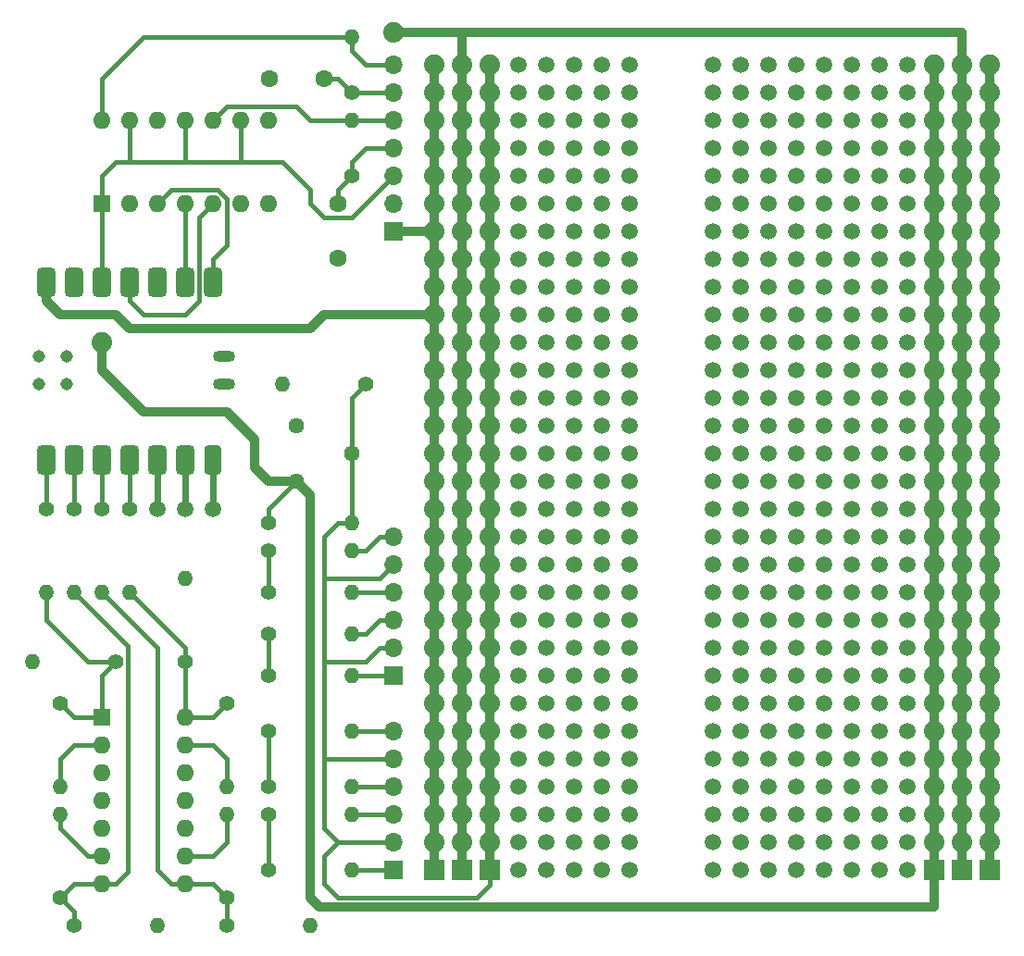
<source format=gbr>
%TF.GenerationSoftware,KiCad,Pcbnew,7.0.7*%
%TF.CreationDate,2024-05-24T10:23:49-04:00*%
%TF.ProjectId,xiao_Breadboard_r1,7869616f-5f42-4726-9561-64626f617264,rev?*%
%TF.SameCoordinates,Original*%
%TF.FileFunction,Copper,L1,Top*%
%TF.FilePolarity,Positive*%
%FSLAX46Y46*%
G04 Gerber Fmt 4.6, Leading zero omitted, Abs format (unit mm)*
G04 Created by KiCad (PCBNEW 7.0.7) date 2024-05-24 10:23:49*
%MOMM*%
%LPD*%
G01*
G04 APERTURE LIST*
G04 Aperture macros list*
%AMRoundRect*
0 Rectangle with rounded corners*
0 $1 Rounding radius*
0 $2 $3 $4 $5 $6 $7 $8 $9 X,Y pos of 4 corners*
0 Add a 4 corners polygon primitive as box body*
4,1,4,$2,$3,$4,$5,$6,$7,$8,$9,$2,$3,0*
0 Add four circle primitives for the rounded corners*
1,1,$1+$1,$2,$3*
1,1,$1+$1,$4,$5*
1,1,$1+$1,$6,$7*
1,1,$1+$1,$8,$9*
0 Add four rect primitives between the rounded corners*
20,1,$1+$1,$2,$3,$4,$5,0*
20,1,$1+$1,$4,$5,$6,$7,0*
20,1,$1+$1,$6,$7,$8,$9,0*
20,1,$1+$1,$8,$9,$2,$3,0*%
G04 Aperture macros list end*
%TA.AperFunction,ComponentPad*%
%ADD10C,1.500000*%
%TD*%
%TA.AperFunction,ComponentPad*%
%ADD11C,1.440000*%
%TD*%
%TA.AperFunction,ComponentPad*%
%ADD12C,1.400000*%
%TD*%
%TA.AperFunction,ComponentPad*%
%ADD13O,1.400000X1.400000*%
%TD*%
%TA.AperFunction,ComponentPad*%
%ADD14R,1.879600X1.879600*%
%TD*%
%TA.AperFunction,ComponentPad*%
%ADD15C,1.879600*%
%TD*%
%TA.AperFunction,ComponentPad*%
%ADD16R,1.600000X1.600000*%
%TD*%
%TA.AperFunction,ComponentPad*%
%ADD17O,1.600000X1.600000*%
%TD*%
%TA.AperFunction,ComponentPad*%
%ADD18RoundRect,0.425000X0.425000X-0.925000X0.425000X0.925000X-0.425000X0.925000X-0.425000X-0.925000X0*%
%TD*%
%TA.AperFunction,ComponentPad*%
%ADD19RoundRect,0.400000X0.400000X-0.950000X0.400000X0.950000X-0.400000X0.950000X-0.400000X-0.950000X0*%
%TD*%
%TA.AperFunction,SMDPad,CuDef*%
%ADD20O,2.032000X1.016000*%
%TD*%
%TA.AperFunction,SMDPad,CuDef*%
%ADD21C,1.143000*%
%TD*%
%TA.AperFunction,ComponentPad*%
%ADD22C,1.600000*%
%TD*%
%TA.AperFunction,ComponentPad*%
%ADD23R,1.700000X1.700000*%
%TD*%
%TA.AperFunction,ComponentPad*%
%ADD24O,1.700000X1.700000*%
%TD*%
%TA.AperFunction,ViaPad*%
%ADD25C,1.879600*%
%TD*%
%TA.AperFunction,Conductor*%
%ADD26C,0.812800*%
%TD*%
%TA.AperFunction,Conductor*%
%ADD27C,0.406400*%
%TD*%
%TA.AperFunction,Conductor*%
%ADD28C,0.203200*%
%TD*%
%TA.AperFunction,Conductor*%
%ADD29C,0.609600*%
%TD*%
G04 APERTURE END LIST*
D10*
%TO.P,TP393,1,1*%
%TO.N,Net-(TP391-Pad1)*%
X172720000Y-140970000D03*
%TD*%
%TO.P,TP392,1,1*%
%TO.N,Net-(TP391-Pad1)*%
X175260000Y-140970000D03*
%TD*%
%TO.P,TP391,1,1*%
%TO.N,Net-(TP391-Pad1)*%
X177800000Y-140970000D03*
%TD*%
%TO.P,TP390,1,1*%
%TO.N,Net-(TP388-Pad1)*%
X177800000Y-138430000D03*
%TD*%
%TO.P,TP389,1,1*%
%TO.N,Net-(TP388-Pad1)*%
X175260000Y-138430000D03*
%TD*%
%TO.P,TP388,1,1*%
%TO.N,Net-(TP388-Pad1)*%
X172720000Y-138430000D03*
%TD*%
%TO.P,TP387,1,1*%
%TO.N,Net-(TP385-Pad1)*%
X177800000Y-135890000D03*
%TD*%
%TO.P,TP386,1,1*%
%TO.N,Net-(TP385-Pad1)*%
X175260000Y-135890000D03*
%TD*%
%TO.P,TP385,1,1*%
%TO.N,Net-(TP385-Pad1)*%
X172720000Y-135890000D03*
%TD*%
%TO.P,TP384,1,1*%
%TO.N,Net-(TP382-Pad1)*%
X177800000Y-133350000D03*
%TD*%
%TO.P,TP383,1,1*%
%TO.N,Net-(TP382-Pad1)*%
X175260000Y-133350000D03*
%TD*%
%TO.P,TP382,1,1*%
%TO.N,Net-(TP382-Pad1)*%
X172720000Y-133350000D03*
%TD*%
%TO.P,TP381,1,1*%
%TO.N,Net-(TP379-Pad1)*%
X177800000Y-130810000D03*
%TD*%
%TO.P,TP380,1,1*%
%TO.N,Net-(TP379-Pad1)*%
X175260000Y-130810000D03*
%TD*%
%TO.P,TP379,1,1*%
%TO.N,Net-(TP379-Pad1)*%
X172720000Y-130810000D03*
%TD*%
%TO.P,TP378,1,1*%
%TO.N,Net-(TP376-Pad1)*%
X177800000Y-128270000D03*
%TD*%
%TO.P,TP377,1,1*%
%TO.N,Net-(TP376-Pad1)*%
X175260000Y-128270000D03*
%TD*%
%TO.P,TP376,1,1*%
%TO.N,Net-(TP376-Pad1)*%
X172720000Y-128270000D03*
%TD*%
%TO.P,TP375,1,1*%
%TO.N,Net-(TP373-Pad1)*%
X177800000Y-125730000D03*
%TD*%
%TO.P,TP374,1,1*%
%TO.N,Net-(TP373-Pad1)*%
X175260000Y-125730000D03*
%TD*%
%TO.P,TP373,1,1*%
%TO.N,Net-(TP373-Pad1)*%
X172720000Y-125730000D03*
%TD*%
%TO.P,TP372,1,1*%
%TO.N,Net-(TP370-Pad1)*%
X177800000Y-123190000D03*
%TD*%
%TO.P,TP371,1,1*%
%TO.N,Net-(TP370-Pad1)*%
X175260000Y-123190000D03*
%TD*%
%TO.P,TP370,1,1*%
%TO.N,Net-(TP370-Pad1)*%
X172720000Y-123190000D03*
%TD*%
%TO.P,TP369,1,1*%
%TO.N,Net-(TP367-Pad1)*%
X177800000Y-120650000D03*
%TD*%
%TO.P,TP368,1,1*%
%TO.N,Net-(TP367-Pad1)*%
X175260000Y-120650000D03*
%TD*%
%TO.P,TP367,1,1*%
%TO.N,Net-(TP367-Pad1)*%
X172720000Y-120650000D03*
%TD*%
%TO.P,TP366,1,1*%
%TO.N,Net-(TP364-Pad1)*%
X177800000Y-118110000D03*
%TD*%
%TO.P,TP365,1,1*%
%TO.N,Net-(TP364-Pad1)*%
X175260000Y-118110000D03*
%TD*%
%TO.P,TP364,1,1*%
%TO.N,Net-(TP364-Pad1)*%
X172720000Y-118110000D03*
%TD*%
%TO.P,TP363,1,1*%
%TO.N,Net-(TP361-Pad1)*%
X177800000Y-115570000D03*
%TD*%
%TO.P,TP362,1,1*%
%TO.N,Net-(TP361-Pad1)*%
X175260000Y-115570000D03*
%TD*%
%TO.P,TP361,1,1*%
%TO.N,Net-(TP361-Pad1)*%
X172720000Y-115570000D03*
%TD*%
%TO.P,TP360,1,1*%
%TO.N,Net-(TP358-Pad1)*%
X177800000Y-113030000D03*
%TD*%
%TO.P,TP359,1,1*%
%TO.N,Net-(TP358-Pad1)*%
X175260000Y-113030000D03*
%TD*%
%TO.P,TP358,1,1*%
%TO.N,Net-(TP358-Pad1)*%
X172720000Y-113030000D03*
%TD*%
%TO.P,TP357,1,1*%
%TO.N,Net-(TP355-Pad1)*%
X177800000Y-110490000D03*
%TD*%
%TO.P,TP356,1,1*%
%TO.N,Net-(TP355-Pad1)*%
X175260000Y-110490000D03*
%TD*%
%TO.P,TP355,1,1*%
%TO.N,Net-(TP355-Pad1)*%
X172720000Y-110490000D03*
%TD*%
%TO.P,TP354,1,1*%
%TO.N,Net-(TP352-Pad1)*%
X177800000Y-107950000D03*
%TD*%
%TO.P,TP353,1,1*%
%TO.N,Net-(TP352-Pad1)*%
X175260000Y-107950000D03*
%TD*%
%TO.P,TP352,1,1*%
%TO.N,Net-(TP352-Pad1)*%
X172720000Y-107950000D03*
%TD*%
%TO.P,TP351,1,1*%
%TO.N,Net-(TP349-Pad1)*%
X177800000Y-105410000D03*
%TD*%
%TO.P,TP350,1,1*%
%TO.N,Net-(TP349-Pad1)*%
X175260000Y-105410000D03*
%TD*%
%TO.P,TP349,1,1*%
%TO.N,Net-(TP349-Pad1)*%
X172720000Y-105410000D03*
%TD*%
%TO.P,TP348,1,1*%
%TO.N,Net-(TP317-Pad1)*%
X175260000Y-80010000D03*
%TD*%
%TO.P,TP347,1,1*%
%TO.N,Net-(TP317-Pad1)*%
X177800000Y-80010000D03*
%TD*%
%TO.P,TP346,1,1*%
%TO.N,Net-(TP344-Pad1)*%
X177800000Y-102870000D03*
%TD*%
%TO.P,TP345,1,1*%
%TO.N,Net-(TP344-Pad1)*%
X175260000Y-102870000D03*
%TD*%
%TO.P,TP344,1,1*%
%TO.N,Net-(TP344-Pad1)*%
X172720000Y-102870000D03*
%TD*%
%TO.P,TP343,1,1*%
%TO.N,Net-(TP341-Pad1)*%
X177800000Y-100330000D03*
%TD*%
%TO.P,TP342,1,1*%
%TO.N,Net-(TP341-Pad1)*%
X175260000Y-100330000D03*
%TD*%
%TO.P,TP341,1,1*%
%TO.N,Net-(TP341-Pad1)*%
X172720000Y-100330000D03*
%TD*%
%TO.P,TP340,1,1*%
%TO.N,Net-(TP338-Pad1)*%
X177800000Y-97790000D03*
%TD*%
%TO.P,TP339,1,1*%
%TO.N,Net-(TP338-Pad1)*%
X175260000Y-97790000D03*
%TD*%
%TO.P,TP338,1,1*%
%TO.N,Net-(TP338-Pad1)*%
X172720000Y-97790000D03*
%TD*%
%TO.P,TP337,1,1*%
%TO.N,Net-(TP335-Pad1)*%
X177800000Y-95250000D03*
%TD*%
%TO.P,TP336,1,1*%
%TO.N,Net-(TP335-Pad1)*%
X175260000Y-95250000D03*
%TD*%
%TO.P,TP335,1,1*%
%TO.N,Net-(TP335-Pad1)*%
X172720000Y-95250000D03*
%TD*%
%TO.P,TP334,1,1*%
%TO.N,Net-(TP307-Pad1)*%
X177800000Y-69850000D03*
%TD*%
%TO.P,TP333,1,1*%
%TO.N,Net-(TP307-Pad1)*%
X175260000Y-69850000D03*
%TD*%
%TO.P,TP332,1,1*%
%TO.N,Net-(TP330-Pad1)*%
X177800000Y-92710000D03*
%TD*%
%TO.P,TP331,1,1*%
%TO.N,Net-(TP330-Pad1)*%
X175260000Y-92710000D03*
%TD*%
%TO.P,TP330,1,1*%
%TO.N,Net-(TP330-Pad1)*%
X172720000Y-92710000D03*
%TD*%
%TO.P,TP329,1,1*%
%TO.N,Net-(TP327-Pad1)*%
X177800000Y-90170000D03*
%TD*%
%TO.P,TP328,1,1*%
%TO.N,Net-(TP327-Pad1)*%
X175260000Y-90170000D03*
%TD*%
%TO.P,TP327,1,1*%
%TO.N,Net-(TP327-Pad1)*%
X172720000Y-90170000D03*
%TD*%
%TO.P,TP326,1,1*%
%TO.N,Net-(TP324-Pad1)*%
X177800000Y-87630000D03*
%TD*%
%TO.P,TP325,1,1*%
%TO.N,Net-(TP324-Pad1)*%
X175260000Y-87630000D03*
%TD*%
%TO.P,TP324,1,1*%
%TO.N,Net-(TP324-Pad1)*%
X172720000Y-87630000D03*
%TD*%
%TO.P,TP323,1,1*%
%TO.N,Net-(TP321-Pad1)*%
X177800000Y-85090000D03*
%TD*%
%TO.P,TP322,1,1*%
%TO.N,Net-(TP321-Pad1)*%
X175260000Y-85090000D03*
%TD*%
%TO.P,TP321,1,1*%
%TO.N,Net-(TP321-Pad1)*%
X172720000Y-85090000D03*
%TD*%
%TO.P,TP320,1,1*%
%TO.N,Net-(TP318-Pad1)*%
X177800000Y-82550000D03*
%TD*%
%TO.P,TP319,1,1*%
%TO.N,Net-(TP318-Pad1)*%
X175260000Y-82550000D03*
%TD*%
%TO.P,TP318,1,1*%
%TO.N,Net-(TP318-Pad1)*%
X172720000Y-82550000D03*
%TD*%
%TO.P,TP317,1,1*%
%TO.N,Net-(TP317-Pad1)*%
X172720000Y-80010000D03*
%TD*%
%TO.P,TP316,1,1*%
%TO.N,Net-(TP314-Pad1)*%
X177800000Y-77470000D03*
%TD*%
%TO.P,TP315,1,1*%
%TO.N,Net-(TP314-Pad1)*%
X175260000Y-77470000D03*
%TD*%
%TO.P,TP314,1,1*%
%TO.N,Net-(TP314-Pad1)*%
X172720000Y-77470000D03*
%TD*%
%TO.P,TP313,1,1*%
%TO.N,Net-(TP311-Pad1)*%
X177800000Y-74930000D03*
%TD*%
%TO.P,TP312,1,1*%
%TO.N,Net-(TP311-Pad1)*%
X175260000Y-74930000D03*
%TD*%
%TO.P,TP311,1,1*%
%TO.N,Net-(TP311-Pad1)*%
X172720000Y-74930000D03*
%TD*%
%TO.P,TP310,1,1*%
%TO.N,Net-(TP308-Pad1)*%
X177800000Y-72390000D03*
%TD*%
%TO.P,TP309,1,1*%
%TO.N,Net-(TP308-Pad1)*%
X175260000Y-72390000D03*
%TD*%
%TO.P,TP308,1,1*%
%TO.N,Net-(TP308-Pad1)*%
X172720000Y-72390000D03*
%TD*%
%TO.P,TP307,1,1*%
%TO.N,Net-(TP307-Pad1)*%
X172720000Y-69850000D03*
%TD*%
%TO.P,TP306,1,1*%
%TO.N,Net-(TP304-Pad1)*%
X177800000Y-67310000D03*
%TD*%
%TO.P,TP305,1,1*%
%TO.N,Net-(TP304-Pad1)*%
X175260000Y-67310000D03*
%TD*%
%TO.P,TP304,1,1*%
%TO.N,Net-(TP304-Pad1)*%
X172720000Y-67310000D03*
%TD*%
%TO.P,TP204,1,1*%
%TO.N,Net-(TP204-Pad1)*%
X160020000Y-92710000D03*
%TD*%
%TO.P,TP31,1,1*%
%TO.N,Net-(TP29-Pad1)*%
X147320000Y-80010000D03*
%TD*%
%TO.P,TP53,1,1*%
%TO.N,Net-(TP49-Pad1)*%
X152400000Y-90170000D03*
%TD*%
%TO.P,TP104,1,1*%
%TO.N,Net-(TP104-Pad1)*%
X142240000Y-118110000D03*
%TD*%
%TO.P,TP195,1,1*%
%TO.N,Net-(TP194-Pad1)*%
X162560000Y-87630000D03*
%TD*%
%TO.P,TP93,1,1*%
%TO.N,Net-(TP89-Pad1)*%
X152400000Y-105410000D03*
%TD*%
%TO.P,TP106,1,1*%
%TO.N,Net-(TP104-Pad1)*%
X147320000Y-118110000D03*
%TD*%
%TO.P,TP259,1,1*%
%TO.N,Net-(TP259-Pad1)*%
X160020000Y-120650000D03*
%TD*%
%TO.P,TP152,1,1*%
%TO.N,Net-(TP149-Pad1)*%
X149860000Y-140970000D03*
%TD*%
%TO.P,TP27,1,1*%
%TO.N,Net-(TP24-Pad1)*%
X149860000Y-77470000D03*
%TD*%
D11*
%TO.P,RV1,1,1*%
%TO.N,/3.3V*%
X121920000Y-105410000D03*
%TO.P,RV1,2,2*%
%TO.N,/VCM*%
X127000000Y-102870000D03*
%TO.P,RV1,3,3*%
%TO.N,GND*%
X121920000Y-100330000D03*
%TD*%
D10*
%TO.P,TP214,1,1*%
%TO.N,Net-(TP214-Pad1)*%
X160020000Y-97790000D03*
%TD*%
%TO.P,TP276,1,1*%
%TO.N,Net-(TP274-Pad1)*%
X165100000Y-128270000D03*
%TD*%
%TO.P,TP130,1,1*%
%TO.N,Net-(TP129-Pad1)*%
X144780000Y-133350000D03*
%TD*%
%TO.P,TP52,1,1*%
%TO.N,Net-(TP49-Pad1)*%
X149860000Y-90170000D03*
%TD*%
%TO.P,TP279,1,1*%
%TO.N,Net-(TP279-Pad1)*%
X160020000Y-130810000D03*
%TD*%
%TO.P,TP12,1,1*%
%TO.N,Net-(TP10-Pad1)*%
X149860000Y-69850000D03*
%TD*%
%TO.P,TP236,1,1*%
%TO.N,Net-(TP234-Pad1)*%
X165100000Y-107950000D03*
%TD*%
%TO.P,TP292,1,1*%
%TO.N,Net-(TP289-Pad1)*%
X167640000Y-135890000D03*
%TD*%
%TO.P,TP47,1,1*%
%TO.N,Net-(TP44-Pad1)*%
X149860000Y-87630000D03*
%TD*%
%TO.P,TP123,1,1*%
%TO.N,Net-(TP119-Pad1)*%
X152400000Y-125730000D03*
%TD*%
%TO.P,TP240,1,1*%
%TO.N,Net-(TP239-Pad1)*%
X162560000Y-110490000D03*
%TD*%
%TO.P,TP61,1,1*%
%TO.N,Net-(TP59-Pad1)*%
X147320000Y-95250000D03*
%TD*%
%TO.P,TP145,1,1*%
%TO.N,Net-(TP144-Pad1)*%
X144780000Y-138430000D03*
%TD*%
%TO.P,TP58,1,1*%
%TO.N,Net-(TP54-Pad1)*%
X152400000Y-92710000D03*
%TD*%
%TO.P,TP175,1,1*%
%TO.N,Net-(TP174-Pad1)*%
X162560000Y-77470000D03*
%TD*%
%TO.P,TP264,1,1*%
%TO.N,Net-(TP264-Pad1)*%
X167640000Y-123190000D03*
%TD*%
%TO.P,TP54,1,1*%
%TO.N,Net-(TP54-Pad1)*%
X142240000Y-92710000D03*
%TD*%
%TO.P,TP246,1,1*%
%TO.N,Net-(TP244-Pad1)*%
X165100000Y-113030000D03*
%TD*%
%TO.P,TP261,1,1*%
%TO.N,Net-(TP259-Pad1)*%
X165100000Y-120650000D03*
%TD*%
%TO.P,TP44,1,1*%
%TO.N,Net-(TP44-Pad1)*%
X142240000Y-87630000D03*
%TD*%
%TO.P,TP86,1,1*%
%TO.N,Net-(TP84-Pad1)*%
X147320000Y-107950000D03*
%TD*%
%TO.P,TP111,1,1*%
%TO.N,Net-(TP109-Pad1)*%
X147320000Y-120650000D03*
%TD*%
%TO.P,TP129,1,1*%
%TO.N,Net-(TP129-Pad1)*%
X142240000Y-133350000D03*
%TD*%
%TO.P,TP97,1,1*%
%TO.N,Net-(TP94-Pad1)*%
X149860000Y-113030000D03*
%TD*%
%TO.P,TP80,1,1*%
%TO.N,Net-(TP79-Pad1)*%
X149860000Y-110490000D03*
%TD*%
%TO.P,TP281,1,1*%
%TO.N,Net-(TP279-Pad1)*%
X165100000Y-130810000D03*
%TD*%
%TO.P,TP65,1,1*%
%TO.N,Net-(TP64-Pad1)*%
X144780000Y-97790000D03*
%TD*%
%TO.P,TP174,1,1*%
%TO.N,Net-(TP174-Pad1)*%
X160020000Y-77470000D03*
%TD*%
%TO.P,TP45,1,1*%
%TO.N,Net-(TP44-Pad1)*%
X144780000Y-87630000D03*
%TD*%
%TO.P,TP199,1,1*%
%TO.N,Net-(TP199-Pad1)*%
X160020000Y-90170000D03*
%TD*%
%TO.P,TP134,1,1*%
%TO.N,Net-(TP134-Pad1)*%
X142240000Y-135890000D03*
%TD*%
%TO.P,TP62,1,1*%
%TO.N,Net-(TP59-Pad1)*%
X149860000Y-95250000D03*
%TD*%
D12*
%TO.P,R21,1*%
%TO.N,Net-(U3-PA10_A2_D2)*%
X104140000Y-107950000D03*
D13*
%TO.P,R21,2*%
%TO.N,Net-(R11-Pad1)*%
X104140000Y-115570000D03*
%TD*%
D10*
%TO.P,TP159,1,1*%
%TO.N,Net-(TP159-Pad1)*%
X160020000Y-69850000D03*
%TD*%
%TO.P,TP158,1,1*%
%TO.N,Net-(TP154-Pad1)*%
X170180000Y-67310000D03*
%TD*%
%TO.P,TP202,1,1*%
%TO.N,Net-(TP199-Pad1)*%
X167640000Y-90170000D03*
%TD*%
%TO.P,TP283,1,1*%
%TO.N,Net-(TP279-Pad1)*%
X170180000Y-130810000D03*
%TD*%
%TO.P,TP209,1,1*%
%TO.N,Net-(TP209-Pad1)*%
X160020000Y-95250000D03*
%TD*%
%TO.P,TP238,1,1*%
%TO.N,Net-(TP234-Pad1)*%
X160020000Y-107950000D03*
%TD*%
%TO.P,TP256,1,1*%
%TO.N,Net-(TP254-Pad1)*%
X165100000Y-118110000D03*
%TD*%
%TO.P,TP293,1,1*%
%TO.N,Net-(TP289-Pad1)*%
X170180000Y-135890000D03*
%TD*%
%TO.P,TP116,1,1*%
%TO.N,Net-(TP114-Pad1)*%
X147320000Y-123190000D03*
%TD*%
%TO.P,TP228,1,1*%
%TO.N,Net-(TP224-Pad1)*%
X170180000Y-102870000D03*
%TD*%
%TO.P,TP81,1,1*%
%TO.N,Net-(TP79-Pad1)*%
X147320000Y-110490000D03*
%TD*%
D14*
%TO.P,JP8,1,1*%
%TO.N,5V*%
X185331100Y-140970000D03*
D15*
%TO.P,JP8,2,2*%
X185331100Y-138430000D03*
%TO.P,JP8,3,3*%
X185331100Y-135890000D03*
%TO.P,JP8,4,4*%
X185331100Y-133350000D03*
%TO.P,JP8,5,5*%
X185331100Y-130810000D03*
%TO.P,JP8,6,6*%
X185331100Y-128270000D03*
%TO.P,JP8,7,7*%
X185331100Y-125730000D03*
%TO.P,JP8,8,8*%
X185331100Y-123190000D03*
%TO.P,JP8,9,9*%
X185331100Y-120650000D03*
%TO.P,JP8,10,10*%
X185331100Y-118110000D03*
%TO.P,JP8,11,11*%
X185331100Y-115570000D03*
%TO.P,JP8,12,12*%
X185331100Y-113030000D03*
%TO.P,JP8,13,13*%
X185331100Y-110490000D03*
%TO.P,JP8,14,14*%
X185331100Y-107950000D03*
%TO.P,JP8,15,15*%
X185331100Y-105410000D03*
%TO.P,JP8,16,16*%
X185331100Y-102870000D03*
%TO.P,JP8,17,17*%
X185331100Y-100330000D03*
%TO.P,JP8,18,18*%
X185331100Y-97790000D03*
%TO.P,JP8,19,19*%
X185331100Y-95250000D03*
%TO.P,JP8,20,20*%
X185331100Y-92710000D03*
%TO.P,JP8,21,21*%
X185331100Y-90170000D03*
%TO.P,JP8,22,22*%
X185331100Y-87630000D03*
%TO.P,JP8,23,23*%
X185331100Y-85090000D03*
%TO.P,JP8,24,24*%
X185331100Y-82550000D03*
%TO.P,JP8,25,25*%
X185331100Y-80010000D03*
%TO.P,JP8,26,26*%
X185331100Y-77470000D03*
%TO.P,JP8,27,27*%
X185331100Y-74930000D03*
%TO.P,JP8,28,28*%
X185331100Y-72390000D03*
%TO.P,JP8,29,29*%
X185331100Y-69850000D03*
%TO.P,JP8,30,30*%
X185331100Y-67310000D03*
%TD*%
D10*
%TO.P,TP118,1,1*%
%TO.N,Net-(TP114-Pad1)*%
X152400000Y-123190000D03*
%TD*%
D16*
%TO.P,U1,1*%
%TO.N,Net-(R19-Pad2)*%
X104140000Y-127000000D03*
D17*
%TO.P,U1,2,-*%
%TO.N,Net-(U1A--)*%
X104140000Y-129540000D03*
%TO.P,U1,3,+*%
%TO.N,Net-(U1A-+)*%
X104140000Y-132080000D03*
%TO.P,U1,4,V+*%
%TO.N,5V*%
X104140000Y-134620000D03*
%TO.P,U1,5,+*%
%TO.N,Net-(U1B-+)*%
X104140000Y-137160000D03*
%TO.P,U1,6,-*%
%TO.N,Net-(U1B--)*%
X104140000Y-139700000D03*
%TO.P,U1,7*%
%TO.N,Net-(R10-Pad1)*%
X104140000Y-142240000D03*
%TO.P,U1,8*%
%TO.N,Net-(R11-Pad1)*%
X111760000Y-142240000D03*
%TO.P,U1,9,-*%
%TO.N,Net-(U1C--)*%
X111760000Y-139700000D03*
%TO.P,U1,10,+*%
%TO.N,Net-(U1C-+)*%
X111760000Y-137160000D03*
%TO.P,U1,11,V-*%
%TO.N,GND*%
X111760000Y-134620000D03*
%TO.P,U1,12,+*%
%TO.N,Net-(U1D-+)*%
X111760000Y-132080000D03*
%TO.P,U1,13,-*%
%TO.N,Net-(U1D--)*%
X111760000Y-129540000D03*
%TO.P,U1,14*%
%TO.N,Net-(R12-Pad1)*%
X111760000Y-127000000D03*
%TD*%
D10*
%TO.P,TP84,1,1*%
%TO.N,Net-(TP84-Pad1)*%
X142240000Y-107950000D03*
%TD*%
%TO.P,TP288,1,1*%
%TO.N,Net-(TP284-Pad1)*%
X170180000Y-133350000D03*
%TD*%
%TO.P,TP249,1,1*%
%TO.N,Net-(TP249-Pad1)*%
X160020000Y-115570000D03*
%TD*%
%TO.P,TP272,1,1*%
%TO.N,Net-(TP269-Pad1)*%
X167640000Y-125730000D03*
%TD*%
%TO.P,TP99,1,1*%
%TO.N,Net-(TP100-Pad1)*%
X142240000Y-115570000D03*
%TD*%
%TO.P,TP192,1,1*%
%TO.N,Net-(TP189-Pad1)*%
X167640000Y-85090000D03*
%TD*%
%TO.P,TP22,1,1*%
%TO.N,Net-(TP19-Pad1)*%
X149860000Y-74930000D03*
%TD*%
%TO.P,TP75,1,1*%
%TO.N,Net-(TP74-Pad1)*%
X144780000Y-102870000D03*
%TD*%
%TO.P,TP168,1,1*%
%TO.N,Net-(TP164-Pad1)*%
X170180000Y-72390000D03*
%TD*%
%TO.P,TP198,1,1*%
%TO.N,Net-(TP194-Pad1)*%
X170180000Y-87630000D03*
%TD*%
%TO.P,TP155,1,1*%
%TO.N,Net-(TP154-Pad1)*%
X162560000Y-67310000D03*
%TD*%
D18*
%TO.P,U3,1,PA02_A0_D0*%
%TO.N,Net-(U3-PA02_A0_D0)*%
X99060000Y-103448803D03*
%TO.P,U3,2,PA4_A1_D1*%
%TO.N,Net-(U3-PA4_A1_D1)*%
X101600000Y-103448803D03*
%TO.P,U3,3,PA10_A2_D2*%
%TO.N,Net-(U3-PA10_A2_D2)*%
X104140000Y-103448803D03*
%TO.P,U3,4,PA11_A3_D3*%
%TO.N,Net-(U3-PA11_A3_D3)*%
X106680000Y-103448803D03*
%TO.P,U3,5,PA8_A4_D4_SDA*%
%TO.N,/x5*%
X109220000Y-103448803D03*
%TO.P,U3,6,PA9_A5_D5_SCL*%
%TO.N,/x6*%
X111760000Y-103448803D03*
D19*
%TO.P,U3,7,PB08_A6_D6_TX*%
%TO.N,/x7*%
X114300000Y-103448803D03*
D18*
%TO.P,U3,8,PB09_A7_D7_RX*%
%TO.N,Net-(U2-~{CS})*%
X114300000Y-87208803D03*
%TO.P,U3,9,PA7_A8_D8_SCK*%
%TO.N,Net-(U2-SCK)*%
X111760000Y-87208803D03*
%TO.P,U3,10,PA5_A9_D9_MISO*%
%TO.N,unconnected-(U3-PA5_A9_D9_MISO-Pad10)*%
X109220000Y-87208803D03*
%TO.P,U3,11,PA6_A10_D10_MOSI*%
%TO.N,Net-(U2-SDI)*%
X106680000Y-87208803D03*
%TO.P,U3,12,3V3*%
%TO.N,/3.3V*%
X104140000Y-87208803D03*
%TO.P,U3,13,GND*%
%TO.N,GND*%
X101600000Y-87208803D03*
%TO.P,U3,14,5V*%
%TO.N,5V*%
X99060000Y-87208803D03*
D20*
%TO.P,U3,15,5V*%
%TO.N,unconnected-(U3-5V-Pad15)*%
X115377820Y-96518803D03*
%TO.P,U3,16,GND*%
%TO.N,unconnected-(U3-GND-Pad16)*%
X115377820Y-93968803D03*
D21*
%TO.P,U3,17,PA31_SWDIO*%
%TO.N,unconnected-(U3-PA31_SWDIO-Pad17)*%
X98373633Y-96520000D03*
%TO.P,U3,18,PA30_SWCLK*%
%TO.N,unconnected-(U3-PA30_SWCLK-Pad18)*%
X98373633Y-93980000D03*
%TO.P,U3,19,RESET*%
%TO.N,unconnected-(U3-RESET-Pad19)*%
X100913633Y-96520000D03*
%TO.P,U3,20,GND*%
%TO.N,unconnected-(U3-GND-Pad20)*%
X100913633Y-93980000D03*
%TD*%
D10*
%TO.P,TP30,1,1*%
%TO.N,Net-(TP29-Pad1)*%
X144780000Y-80010000D03*
%TD*%
%TO.P,TP215,1,1*%
%TO.N,Net-(TP214-Pad1)*%
X162560000Y-97790000D03*
%TD*%
%TO.P,TP242,1,1*%
%TO.N,Net-(TP239-Pad1)*%
X167640000Y-110490000D03*
%TD*%
%TO.P,TP49,1,1*%
%TO.N,Net-(TP49-Pad1)*%
X142240000Y-90170000D03*
%TD*%
%TO.P,TP82,1,1*%
%TO.N,Net-(TP79-Pad1)*%
X144780000Y-110490000D03*
%TD*%
D12*
%TO.P,R7,1*%
%TO.N,Net-(U1D-+)*%
X119380000Y-128270000D03*
D13*
%TO.P,R7,2*%
%TO.N,/D*%
X127000000Y-128270000D03*
%TD*%
D10*
%TO.P,TP162,1,1*%
%TO.N,Net-(TP159-Pad1)*%
X167640000Y-69850000D03*
%TD*%
D22*
%TO.P,C2,1*%
%TO.N,Net-(J4-Pin_4)*%
X125730000Y-80010000D03*
%TO.P,C2,2*%
%TO.N,GND*%
X125730000Y-85010000D03*
%TD*%
D10*
%TO.P,TP26,1,1*%
%TO.N,Net-(TP24-Pad1)*%
X147320000Y-77470000D03*
%TD*%
%TO.P,TP88,1,1*%
%TO.N,Net-(TP84-Pad1)*%
X152400000Y-107950000D03*
%TD*%
%TO.P,TP5,1,1*%
%TO.N,Net-(TP4-Pad1)*%
X144780000Y-67310000D03*
%TD*%
%TO.P,TP18,1,1*%
%TO.N,Net-(TP14-Pad1)*%
X152400000Y-72390000D03*
%TD*%
%TO.P,TP36,1,1*%
%TO.N,Net-(TP34-Pad1)*%
X147320000Y-82550000D03*
%TD*%
%TO.P,TP171,1,1*%
%TO.N,Net-(TP169-Pad1)*%
X165100000Y-74930000D03*
%TD*%
%TO.P,TP76,1,1*%
%TO.N,Net-(TP74-Pad1)*%
X147320000Y-102870000D03*
%TD*%
%TO.P,TP156,1,1*%
%TO.N,Net-(TP154-Pad1)*%
X165100000Y-67310000D03*
%TD*%
%TO.P,TP252,1,1*%
%TO.N,Net-(TP249-Pad1)*%
X167640000Y-115570000D03*
%TD*%
%TO.P,TP185,1,1*%
%TO.N,Net-(TP184-Pad1)*%
X162560000Y-82550000D03*
%TD*%
%TO.P,TP234,1,1*%
%TO.N,Net-(TP234-Pad1)*%
X170180000Y-107950000D03*
%TD*%
%TO.P,TP229,1,1*%
%TO.N,Net-(TP229-Pad1)*%
X160020000Y-105399600D03*
%TD*%
%TO.P,TP184,1,1*%
%TO.N,Net-(TP184-Pad1)*%
X160020000Y-82550000D03*
%TD*%
%TO.P,TP1,1,1*%
%TO.N,/x5*%
X109220000Y-107950000D03*
%TD*%
D14*
%TO.P,JP5,1,1*%
%TO.N,GND*%
X137071100Y-140970000D03*
D15*
%TO.P,JP5,2,2*%
X137071100Y-138430000D03*
%TO.P,JP5,3,3*%
X137071100Y-135890000D03*
%TO.P,JP5,4,4*%
X137071100Y-133350000D03*
%TO.P,JP5,5,5*%
X137071100Y-130810000D03*
%TO.P,JP5,6,6*%
X137071100Y-128270000D03*
%TO.P,JP5,7,7*%
X137071100Y-125730000D03*
%TO.P,JP5,8,8*%
X137071100Y-123190000D03*
%TO.P,JP5,9,9*%
X137071100Y-120650000D03*
%TO.P,JP5,10,10*%
X137071100Y-118110000D03*
%TO.P,JP5,11,11*%
X137071100Y-115570000D03*
%TO.P,JP5,12,12*%
X137071100Y-113030000D03*
%TO.P,JP5,13,13*%
X137071100Y-110490000D03*
%TO.P,JP5,14,14*%
X137071100Y-107950000D03*
%TO.P,JP5,15,15*%
X137071100Y-105410000D03*
%TO.P,JP5,16,16*%
X137071100Y-102870000D03*
%TO.P,JP5,17,17*%
X137071100Y-100330000D03*
%TO.P,JP5,18,18*%
X137071100Y-97790000D03*
%TO.P,JP5,19,19*%
X137071100Y-95250000D03*
%TO.P,JP5,20,20*%
X137071100Y-92710000D03*
%TO.P,JP5,21,21*%
X137071100Y-90170000D03*
%TO.P,JP5,22,22*%
X137071100Y-87630000D03*
%TO.P,JP5,23,23*%
X137071100Y-85090000D03*
%TO.P,JP5,24,24*%
X137071100Y-82550000D03*
%TO.P,JP5,25,25*%
X137071100Y-80010000D03*
%TO.P,JP5,26,26*%
X137071100Y-77470000D03*
%TO.P,JP5,27,27*%
X137071100Y-74930000D03*
%TO.P,JP5,28,28*%
X137071100Y-72390000D03*
%TO.P,JP5,29,29*%
X137071100Y-69850000D03*
%TO.P,JP5,30,30*%
X137071100Y-67310000D03*
%TD*%
D10*
%TO.P,TP183,1,1*%
%TO.N,Net-(TP179-Pad1)*%
X170180000Y-80010000D03*
%TD*%
%TO.P,TP7,1,1*%
%TO.N,Net-(TP4-Pad1)*%
X149860000Y-67310000D03*
%TD*%
%TO.P,TP39,1,1*%
%TO.N,Net-(TP39-Pad1)*%
X142240000Y-85090000D03*
%TD*%
%TO.P,TP278,1,1*%
%TO.N,Net-(TP274-Pad1)*%
X170180000Y-128270000D03*
%TD*%
%TO.P,TP262,1,1*%
%TO.N,Net-(TP259-Pad1)*%
X167640000Y-120650000D03*
%TD*%
%TO.P,TP42,1,1*%
%TO.N,Net-(TP39-Pad1)*%
X149860000Y-85090000D03*
%TD*%
%TO.P,TP91,1,1*%
%TO.N,Net-(TP89-Pad1)*%
X147320000Y-105410000D03*
%TD*%
%TO.P,TP220,1,1*%
%TO.N,Net-(TP219-Pad1)*%
X162560000Y-100330000D03*
%TD*%
D23*
%TO.P,J4,1,Pin_1*%
%TO.N,5V*%
X130810000Y-82550000D03*
D24*
%TO.P,J4,2,Pin_2*%
%TO.N,GND*%
X130810000Y-80010000D03*
%TO.P,J4,3,Pin_3*%
%TO.N,/3.3V*%
X130810000Y-77470000D03*
%TO.P,J4,4,Pin_4*%
%TO.N,Net-(J4-Pin_4)*%
X130810000Y-74930000D03*
%TO.P,J4,5,Pin_5*%
%TO.N,Net-(J4-Pin_5)*%
X130810000Y-72390000D03*
%TO.P,J4,6,Pin_6*%
%TO.N,Net-(J4-Pin_6)*%
X130810000Y-69850000D03*
%TO.P,J4,7,Pin_7*%
%TO.N,Net-(J4-Pin_7)*%
X130810000Y-67310000D03*
%TD*%
D10*
%TO.P,TP133,1,1*%
%TO.N,Net-(TP129-Pad1)*%
X152400000Y-133350000D03*
%TD*%
%TO.P,TP251,1,1*%
%TO.N,Net-(TP249-Pad1)*%
X165100000Y-115570000D03*
%TD*%
D22*
%TO.P,C1,1*%
%TO.N,Net-(J4-Pin_6)*%
X124460000Y-68580000D03*
%TO.P,C1,2*%
%TO.N,GND*%
X119460000Y-68580000D03*
%TD*%
D10*
%TO.P,TP188,1,1*%
%TO.N,Net-(TP184-Pad1)*%
X170180000Y-82550000D03*
%TD*%
%TO.P,TP143,1,1*%
%TO.N,Net-(TP139-Pad1)*%
X152400000Y-130810000D03*
%TD*%
%TO.P,TP224,1,1*%
%TO.N,Net-(TP224-Pad1)*%
X160020000Y-102870000D03*
%TD*%
D12*
%TO.P,R15,1*%
%TO.N,Net-(U1C-+)*%
X119380000Y-140970000D03*
D13*
%TO.P,R15,2*%
%TO.N,Net-(J2-Pin_1)*%
X127000000Y-140970000D03*
%TD*%
D10*
%TO.P,TP161,1,1*%
%TO.N,Net-(TP159-Pad1)*%
X165100000Y-69850000D03*
%TD*%
%TO.P,TP16,1,1*%
%TO.N,Net-(TP14-Pad1)*%
X144780000Y-72390000D03*
%TD*%
%TO.P,TP67,1,1*%
%TO.N,Net-(TP64-Pad1)*%
X149860000Y-97790000D03*
%TD*%
D16*
%TO.P,U2,1,VDD*%
%TO.N,/3.3V*%
X104140000Y-80010000D03*
D17*
%TO.P,U2,2,NC*%
%TO.N,unconnected-(U2-NC-Pad2)*%
X106680000Y-80010000D03*
%TO.P,U2,3,~{CS}*%
%TO.N,Net-(U2-~{CS})*%
X109220000Y-80010000D03*
%TO.P,U2,4,SCK*%
%TO.N,Net-(U2-SCK)*%
X111760000Y-80010000D03*
%TO.P,U2,5,SDI*%
%TO.N,Net-(U2-SDI)*%
X114300000Y-80010000D03*
%TO.P,U2,6,NC*%
%TO.N,unconnected-(U2-NC-Pad6)*%
X116840000Y-80010000D03*
%TO.P,U2,7,NC*%
%TO.N,unconnected-(U2-NC-Pad7)*%
X119380000Y-80010000D03*
%TO.P,U2,8,~{LDAC}*%
%TO.N,GND*%
X119380000Y-72390000D03*
%TO.P,U2,9,~{SHDN}*%
%TO.N,/3.3V*%
X116840000Y-72390000D03*
%TO.P,U2,10,VoutB*%
%TO.N,Net-(J4-Pin_5)*%
X114300000Y-72390000D03*
%TO.P,U2,11,VrefB*%
%TO.N,/3.3V*%
X111760000Y-72390000D03*
%TO.P,U2,12,AVSS*%
%TO.N,GND*%
X109220000Y-72390000D03*
%TO.P,U2,13,VrefA*%
%TO.N,/3.3V*%
X106680000Y-72390000D03*
%TO.P,U2,14,VoutA*%
%TO.N,Net-(J4-Pin_7)*%
X104140000Y-72390000D03*
%TD*%
D10*
%TO.P,TP231,1,1*%
%TO.N,Net-(TP229-Pad1)*%
X165100000Y-105399600D03*
%TD*%
%TO.P,TP181,1,1*%
%TO.N,Net-(TP179-Pad1)*%
X162560000Y-80010000D03*
%TD*%
%TO.P,TP275,1,1*%
%TO.N,Net-(TP274-Pad1)*%
X162560000Y-128270000D03*
%TD*%
%TO.P,TP254,1,1*%
%TO.N,Net-(TP254-Pad1)*%
X160020000Y-118110000D03*
%TD*%
%TO.P,TP73,1,1*%
%TO.N,Net-(TP69-Pad1)*%
X152400000Y-100330000D03*
%TD*%
%TO.P,TP257,1,1*%
%TO.N,Net-(TP254-Pad1)*%
X167640000Y-118110000D03*
%TD*%
%TO.P,TP218,1,1*%
%TO.N,Net-(TP214-Pad1)*%
X170180000Y-97790000D03*
%TD*%
%TO.P,TP196,1,1*%
%TO.N,Net-(TP194-Pad1)*%
X165100000Y-87630000D03*
%TD*%
%TO.P,TP96,1,1*%
%TO.N,Net-(TP94-Pad1)*%
X147320000Y-113030000D03*
%TD*%
%TO.P,TP253,1,1*%
%TO.N,Net-(TP249-Pad1)*%
X170180000Y-115570000D03*
%TD*%
%TO.P,TP33,1,1*%
%TO.N,Net-(TP29-Pad1)*%
X152400000Y-80010000D03*
%TD*%
%TO.P,TP124,1,1*%
%TO.N,Net-(TP124-Pad1)*%
X144780000Y-128270000D03*
%TD*%
%TO.P,TP233,1,1*%
%TO.N,Net-(TP229-Pad1)*%
X170180000Y-105399600D03*
%TD*%
D12*
%TO.P,R22,1*%
%TO.N,Net-(U3-PA11_A3_D3)*%
X106680000Y-107950000D03*
D13*
%TO.P,R22,2*%
%TO.N,Net-(R12-Pad1)*%
X106680000Y-115570000D03*
%TD*%
D10*
%TO.P,TP83,1,1*%
%TO.N,Net-(TP79-Pad1)*%
X142240000Y-110490000D03*
%TD*%
%TO.P,TP151,1,1*%
%TO.N,Net-(TP149-Pad1)*%
X147320000Y-140970000D03*
%TD*%
%TO.P,TP285,1,1*%
%TO.N,Net-(TP284-Pad1)*%
X162560000Y-133350000D03*
%TD*%
%TO.P,TP90,1,1*%
%TO.N,Net-(TP89-Pad1)*%
X144780000Y-105410000D03*
%TD*%
%TO.P,TP59,1,1*%
%TO.N,Net-(TP59-Pad1)*%
X142240000Y-95250000D03*
%TD*%
D12*
%TO.P,R14,1*%
%TO.N,Net-(U1B-+)*%
X119380000Y-123190000D03*
D13*
%TO.P,R14,2*%
%TO.N,Net-(J1-Pin_1)*%
X127000000Y-123190000D03*
%TD*%
D10*
%TO.P,TP208,1,1*%
%TO.N,Net-(TP204-Pad1)*%
X170180000Y-92710000D03*
%TD*%
D12*
%TO.P,R28,1*%
%TO.N,Net-(J4-Pin_4)*%
X127000000Y-77470000D03*
D13*
%TO.P,R28,2*%
%TO.N,Net-(J4-Pin_5)*%
X127000000Y-72390000D03*
%TD*%
D10*
%TO.P,TP101,1,1*%
%TO.N,Net-(TP100-Pad1)*%
X147320000Y-115570000D03*
%TD*%
%TO.P,TP127,1,1*%
%TO.N,Net-(TP124-Pad1)*%
X149860000Y-128270000D03*
%TD*%
%TO.P,TP190,1,1*%
%TO.N,Net-(TP189-Pad1)*%
X162560000Y-85090000D03*
%TD*%
%TO.P,TP294,1,1*%
%TO.N,Net-(TP294-Pad1)*%
X160020000Y-138430000D03*
%TD*%
%TO.P,TP265,1,1*%
%TO.N,Net-(TP264-Pad1)*%
X170180000Y-123190000D03*
%TD*%
%TO.P,TP105,1,1*%
%TO.N,Net-(TP104-Pad1)*%
X144780000Y-118110000D03*
%TD*%
%TO.P,TP112,1,1*%
%TO.N,Net-(TP109-Pad1)*%
X149860000Y-120650000D03*
%TD*%
%TO.P,TP241,1,1*%
%TO.N,Net-(TP239-Pad1)*%
X165100000Y-110490000D03*
%TD*%
%TO.P,TP77,1,1*%
%TO.N,Net-(TP74-Pad1)*%
X149860000Y-102870000D03*
%TD*%
%TO.P,TP126,1,1*%
%TO.N,Net-(TP124-Pad1)*%
X147320000Y-128270000D03*
%TD*%
D12*
%TO.P,R26,1*%
%TO.N,Net-(R19-Pad2)*%
X105410000Y-121920000D03*
D13*
%TO.P,R26,2*%
%TO.N,GND*%
X97790000Y-121920000D03*
%TD*%
D10*
%TO.P,TP11,1,1*%
%TO.N,Net-(TP10-Pad1)*%
X147320000Y-69850000D03*
%TD*%
%TO.P,TP235,1,1*%
%TO.N,Net-(TP234-Pad1)*%
X167640000Y-107950000D03*
%TD*%
%TO.P,TP268,1,1*%
%TO.N,Net-(TP264-Pad1)*%
X165100000Y-123190000D03*
%TD*%
%TO.P,TP135,1,1*%
%TO.N,Net-(TP134-Pad1)*%
X144780000Y-135890000D03*
%TD*%
%TO.P,TP32,1,1*%
%TO.N,Net-(TP29-Pad1)*%
X149860000Y-80010000D03*
%TD*%
%TO.P,TP108,1,1*%
%TO.N,Net-(TP104-Pad1)*%
X152400000Y-118110000D03*
%TD*%
%TO.P,TP255,1,1*%
%TO.N,Net-(TP254-Pad1)*%
X162560000Y-118110000D03*
%TD*%
%TO.P,TP138,1,1*%
%TO.N,Net-(TP134-Pad1)*%
X152400000Y-135890000D03*
%TD*%
%TO.P,TP244,1,1*%
%TO.N,Net-(TP244-Pad1)*%
X160020000Y-113030000D03*
%TD*%
%TO.P,TP139,1,1*%
%TO.N,Net-(TP139-Pad1)*%
X142240000Y-130810000D03*
%TD*%
%TO.P,TP206,1,1*%
%TO.N,Net-(TP204-Pad1)*%
X165100000Y-92710000D03*
%TD*%
%TO.P,TP15,1,1*%
%TO.N,Net-(TP14-Pad1)*%
X147320000Y-72390000D03*
%TD*%
D12*
%TO.P,R16,1*%
%TO.N,Net-(U1D-+)*%
X119380000Y-133350000D03*
D13*
%TO.P,R16,2*%
%TO.N,Net-(J2-Pin_4)*%
X127000000Y-133350000D03*
%TD*%
D10*
%TO.P,TP146,1,1*%
%TO.N,Net-(TP144-Pad1)*%
X147320000Y-138430000D03*
%TD*%
%TO.P,TP223,1,1*%
%TO.N,Net-(TP219-Pad1)*%
X170180000Y-100330000D03*
%TD*%
D12*
%TO.P,R5,1*%
%TO.N,Net-(U1C-+)*%
X119380000Y-135890000D03*
D13*
%TO.P,R5,2*%
%TO.N,/C*%
X127000000Y-135890000D03*
%TD*%
D10*
%TO.P,TP6,1,1*%
%TO.N,Net-(TP4-Pad1)*%
X147320000Y-67310000D03*
%TD*%
%TO.P,TP217,1,1*%
%TO.N,Net-(TP214-Pad1)*%
X167640000Y-97790000D03*
%TD*%
%TO.P,TP25,1,1*%
%TO.N,Net-(TP24-Pad1)*%
X144780000Y-77470000D03*
%TD*%
%TO.P,TP248,1,1*%
%TO.N,Net-(TP244-Pad1)*%
X170180000Y-113030000D03*
%TD*%
%TO.P,TP211,1,1*%
%TO.N,Net-(TP209-Pad1)*%
X165100000Y-95250000D03*
%TD*%
%TO.P,TP46,1,1*%
%TO.N,Net-(TP44-Pad1)*%
X147320000Y-87630000D03*
%TD*%
%TO.P,TP302,1,1*%
%TO.N,Net-(TP299-Pad1)*%
X167640000Y-141000000D03*
%TD*%
%TO.P,TP289,1,1*%
%TO.N,Net-(TP289-Pad1)*%
X160020000Y-135890000D03*
%TD*%
%TO.P,TP230,1,1*%
%TO.N,Net-(TP229-Pad1)*%
X162560000Y-105399600D03*
%TD*%
%TO.P,TP79,1,1*%
%TO.N,Net-(TP79-Pad1)*%
X152400000Y-110490000D03*
%TD*%
%TO.P,TP8,1,1*%
%TO.N,Net-(TP4-Pad1)*%
X152400000Y-67310000D03*
%TD*%
%TO.P,TP137,1,1*%
%TO.N,Net-(TP134-Pad1)*%
X149860000Y-135890000D03*
%TD*%
%TO.P,TP144,1,1*%
%TO.N,Net-(TP144-Pad1)*%
X142240000Y-138430000D03*
%TD*%
%TO.P,TP287,1,1*%
%TO.N,Net-(TP284-Pad1)*%
X167640000Y-133350000D03*
%TD*%
%TO.P,TP160,1,1*%
%TO.N,Net-(TP159-Pad1)*%
X162560000Y-69850000D03*
%TD*%
%TO.P,TP296,1,1*%
%TO.N,Net-(TP294-Pad1)*%
X165100000Y-138430000D03*
%TD*%
%TO.P,TP164,1,1*%
%TO.N,Net-(TP164-Pad1)*%
X160020000Y-72390000D03*
%TD*%
%TO.P,TP286,1,1*%
%TO.N,Net-(TP284-Pad1)*%
X165100000Y-133350000D03*
%TD*%
%TO.P,TP24,1,1*%
%TO.N,Net-(TP24-Pad1)*%
X142240000Y-77470000D03*
%TD*%
%TO.P,TP37,1,1*%
%TO.N,Net-(TP34-Pad1)*%
X149860000Y-82550000D03*
%TD*%
%TO.P,TP48,1,1*%
%TO.N,Net-(TP44-Pad1)*%
X152400000Y-87630000D03*
%TD*%
%TO.P,TP210,1,1*%
%TO.N,Net-(TP209-Pad1)*%
X162560000Y-95250000D03*
%TD*%
%TO.P,TP125,1,1*%
%TO.N,Net-(TP124-Pad1)*%
X142240000Y-128270000D03*
%TD*%
%TO.P,TP232,1,1*%
%TO.N,Net-(TP229-Pad1)*%
X167640000Y-105399600D03*
%TD*%
%TO.P,TP19,1,1*%
%TO.N,Net-(TP19-Pad1)*%
X142240000Y-74930000D03*
%TD*%
D23*
%TO.P,J1,1,Pin_1*%
%TO.N,Net-(J1-Pin_1)*%
X130810000Y-123190000D03*
D24*
%TO.P,J1,2,Pin_2*%
%TO.N,/VCM*%
X130810000Y-120650000D03*
%TO.P,J1,3,Pin_3*%
%TO.N,/B*%
X130810000Y-118110000D03*
%TO.P,J1,4,Pin_4*%
%TO.N,Net-(J1-Pin_4)*%
X130810000Y-115570000D03*
%TO.P,J1,5,Pin_5*%
%TO.N,/VCM*%
X130810000Y-113030000D03*
%TO.P,J1,6,Pin_6*%
%TO.N,/A*%
X130810000Y-110490000D03*
%TD*%
D10*
%TO.P,TP176,1,1*%
%TO.N,Net-(TP174-Pad1)*%
X165100000Y-77470000D03*
%TD*%
%TO.P,TP55,1,1*%
%TO.N,Net-(TP54-Pad1)*%
X144780000Y-92710000D03*
%TD*%
%TO.P,TP87,1,1*%
%TO.N,Net-(TP84-Pad1)*%
X149860000Y-107950000D03*
%TD*%
%TO.P,TP115,1,1*%
%TO.N,Net-(TP114-Pad1)*%
X144780000Y-123190000D03*
%TD*%
%TO.P,TP167,1,1*%
%TO.N,Net-(TP164-Pad1)*%
X167640000Y-72390000D03*
%TD*%
%TO.P,TP140,1,1*%
%TO.N,Net-(TP139-Pad1)*%
X144780000Y-130810000D03*
%TD*%
%TO.P,TP17,1,1*%
%TO.N,Net-(TP14-Pad1)*%
X149860000Y-72390000D03*
%TD*%
%TO.P,TP149,1,1*%
%TO.N,Net-(TP149-Pad1)*%
X142240000Y-140970000D03*
%TD*%
%TO.P,TP226,1,1*%
%TO.N,Net-(TP224-Pad1)*%
X165100000Y-102870000D03*
%TD*%
%TO.P,TP201,1,1*%
%TO.N,Net-(TP199-Pad1)*%
X165100000Y-90170000D03*
%TD*%
%TO.P,TP191,1,1*%
%TO.N,Net-(TP189-Pad1)*%
X165100000Y-85090000D03*
%TD*%
%TO.P,TP178,1,1*%
%TO.N,Net-(TP174-Pad1)*%
X170180000Y-77470000D03*
%TD*%
%TO.P,TP78,1,1*%
%TO.N,Net-(TP74-Pad1)*%
X152400000Y-102870000D03*
%TD*%
%TO.P,TP260,1,1*%
%TO.N,Net-(TP259-Pad1)*%
X162560000Y-120650000D03*
%TD*%
%TO.P,TP267,1,1*%
%TO.N,Net-(TP264-Pad1)*%
X162560000Y-123190000D03*
%TD*%
%TO.P,TP193,1,1*%
%TO.N,Net-(TP189-Pad1)*%
X170180000Y-85090000D03*
%TD*%
%TO.P,TP284,1,1*%
%TO.N,Net-(TP284-Pad1)*%
X160020000Y-133350000D03*
%TD*%
%TO.P,TP142,1,1*%
%TO.N,Net-(TP139-Pad1)*%
X149860000Y-130810000D03*
%TD*%
%TO.P,TP10,1,1*%
%TO.N,Net-(TP10-Pad1)*%
X144780000Y-69850000D03*
%TD*%
%TO.P,TP270,1,1*%
%TO.N,Net-(TP269-Pad1)*%
X162560000Y-125730000D03*
%TD*%
%TO.P,TP222,1,1*%
%TO.N,Net-(TP219-Pad1)*%
X167640000Y-100330000D03*
%TD*%
%TO.P,TP35,1,1*%
%TO.N,Net-(TP34-Pad1)*%
X144780000Y-82550000D03*
%TD*%
%TO.P,TP34,1,1*%
%TO.N,Net-(TP34-Pad1)*%
X142240000Y-82550000D03*
%TD*%
%TO.P,TP120,1,1*%
%TO.N,Net-(TP119-Pad1)*%
X144780000Y-125730000D03*
%TD*%
D12*
%TO.P,R20,1*%
%TO.N,Net-(U3-PA4_A1_D1)*%
X101600000Y-107950000D03*
D13*
%TO.P,R20,2*%
%TO.N,Net-(R10-Pad1)*%
X101600000Y-115570000D03*
%TD*%
D10*
%TO.P,TP103,1,1*%
%TO.N,Net-(TP100-Pad1)*%
X152400000Y-115570000D03*
%TD*%
%TO.P,TP186,1,1*%
%TO.N,Net-(TP184-Pad1)*%
X165100000Y-82550000D03*
%TD*%
%TO.P,TP122,1,1*%
%TO.N,Net-(TP119-Pad1)*%
X149860000Y-125730000D03*
%TD*%
%TO.P,TP173,1,1*%
%TO.N,Net-(TP169-Pad1)*%
X170180000Y-74930000D03*
%TD*%
%TO.P,TP200,1,1*%
%TO.N,Net-(TP199-Pad1)*%
X162560000Y-90170000D03*
%TD*%
%TO.P,TP68,1,1*%
%TO.N,Net-(TP64-Pad1)*%
X152400000Y-97790000D03*
%TD*%
D12*
%TO.P,R10,1*%
%TO.N,Net-(R10-Pad1)*%
X100330000Y-143510000D03*
D13*
%TO.P,R10,2*%
%TO.N,Net-(U1B--)*%
X100330000Y-135890000D03*
%TD*%
D10*
%TO.P,TP117,1,1*%
%TO.N,Net-(TP114-Pad1)*%
X149860000Y-123190000D03*
%TD*%
%TO.P,TP250,1,1*%
%TO.N,Net-(TP249-Pad1)*%
X162560000Y-115570000D03*
%TD*%
%TO.P,TP132,1,1*%
%TO.N,Net-(TP129-Pad1)*%
X149860000Y-133350000D03*
%TD*%
%TO.P,TP107,1,1*%
%TO.N,Net-(TP104-Pad1)*%
X149860000Y-118110000D03*
%TD*%
%TO.P,TP273,1,1*%
%TO.N,Net-(TP269-Pad1)*%
X170180000Y-125730000D03*
%TD*%
%TO.P,TP100,1,1*%
%TO.N,Net-(TP100-Pad1)*%
X144780000Y-115570000D03*
%TD*%
%TO.P,TP9,1,1*%
%TO.N,Net-(TP10-Pad1)*%
X142240000Y-69850000D03*
%TD*%
%TO.P,TP271,1,1*%
%TO.N,Net-(TP269-Pad1)*%
X165100000Y-125730000D03*
%TD*%
%TO.P,TP147,1,1*%
%TO.N,Net-(TP144-Pad1)*%
X149860000Y-138430000D03*
%TD*%
%TO.P,TP148,1,1*%
%TO.N,Net-(TP144-Pad1)*%
X152400000Y-138430000D03*
%TD*%
D12*
%TO.P,R13,1*%
%TO.N,Net-(U1A-+)*%
X119380000Y-115570000D03*
D13*
%TO.P,R13,2*%
%TO.N,Net-(J1-Pin_4)*%
X127000000Y-115570000D03*
%TD*%
D10*
%TO.P,TP187,1,1*%
%TO.N,Net-(TP184-Pad1)*%
X167640000Y-82550000D03*
%TD*%
%TO.P,TP157,1,1*%
%TO.N,Net-(TP154-Pad1)*%
X167640000Y-67310000D03*
%TD*%
%TO.P,TP205,1,1*%
%TO.N,Net-(TP204-Pad1)*%
X162560000Y-92710000D03*
%TD*%
%TO.P,TP72,1,1*%
%TO.N,Net-(TP69-Pad1)*%
X149860000Y-100330000D03*
%TD*%
%TO.P,TP64,1,1*%
%TO.N,Net-(TP64-Pad1)*%
X142240000Y-97790000D03*
%TD*%
%TO.P,TP297,1,1*%
%TO.N,Net-(TP294-Pad1)*%
X167640000Y-138430000D03*
%TD*%
%TO.P,TP56,1,1*%
%TO.N,Net-(TP54-Pad1)*%
X147320000Y-92710000D03*
%TD*%
%TO.P,TP29,1,1*%
%TO.N,Net-(TP29-Pad1)*%
X142240000Y-80010000D03*
%TD*%
D14*
%TO.P,JP6,1,1*%
%TO.N,5V*%
X134531100Y-140970000D03*
D15*
%TO.P,JP6,2,2*%
X134531100Y-138430000D03*
%TO.P,JP6,3,3*%
X134531100Y-135890000D03*
%TO.P,JP6,4,4*%
X134531100Y-133350000D03*
%TO.P,JP6,5,5*%
X134531100Y-130810000D03*
%TO.P,JP6,6,6*%
X134531100Y-128270000D03*
%TO.P,JP6,7,7*%
X134531100Y-125730000D03*
%TO.P,JP6,8,8*%
X134531100Y-123190000D03*
%TO.P,JP6,9,9*%
X134531100Y-120650000D03*
%TO.P,JP6,10,10*%
X134531100Y-118110000D03*
%TO.P,JP6,11,11*%
X134531100Y-115570000D03*
%TO.P,JP6,12,12*%
X134531100Y-113030000D03*
%TO.P,JP6,13,13*%
X134531100Y-110490000D03*
%TO.P,JP6,14,14*%
X134531100Y-107950000D03*
%TO.P,JP6,15,15*%
X134531100Y-105410000D03*
%TO.P,JP6,16,16*%
X134531100Y-102870000D03*
%TO.P,JP6,17,17*%
X134531100Y-100330000D03*
%TO.P,JP6,18,18*%
X134531100Y-97790000D03*
%TO.P,JP6,19,19*%
X134531100Y-95250000D03*
%TO.P,JP6,20,20*%
X134531100Y-92710000D03*
%TO.P,JP6,21,21*%
X134531100Y-90170000D03*
%TO.P,JP6,22,22*%
X134531100Y-87630000D03*
%TO.P,JP6,23,23*%
X134531100Y-85090000D03*
%TO.P,JP6,24,24*%
X134531100Y-82550000D03*
%TO.P,JP6,25,25*%
X134531100Y-80010000D03*
%TO.P,JP6,26,26*%
X134531100Y-77470000D03*
%TO.P,JP6,27,27*%
X134531100Y-74930000D03*
%TO.P,JP6,28,28*%
X134531100Y-72390000D03*
%TO.P,JP6,29,29*%
X134531100Y-69850000D03*
%TO.P,JP6,30,30*%
X134531100Y-67310000D03*
%TD*%
D10*
%TO.P,TP291,1,1*%
%TO.N,Net-(TP289-Pad1)*%
X165100000Y-135890000D03*
%TD*%
%TO.P,TP170,1,1*%
%TO.N,Net-(TP169-Pad1)*%
X162560000Y-74930000D03*
%TD*%
%TO.P,TP150,1,1*%
%TO.N,Net-(TP149-Pad1)*%
X144780000Y-140970000D03*
%TD*%
%TO.P,TP71,1,1*%
%TO.N,Net-(TP69-Pad1)*%
X147320000Y-100330000D03*
%TD*%
D12*
%TO.P,R19,1*%
%TO.N,Net-(U3-PA02_A0_D0)*%
X99060000Y-107950000D03*
D13*
%TO.P,R19,2*%
%TO.N,Net-(R19-Pad2)*%
X99060000Y-115570000D03*
%TD*%
D12*
%TO.P,R3,1*%
%TO.N,Net-(U1B-+)*%
X119380000Y-119380000D03*
D13*
%TO.P,R3,2*%
%TO.N,/B*%
X127000000Y-119380000D03*
%TD*%
D10*
%TO.P,TP85,1,1*%
%TO.N,Net-(TP84-Pad1)*%
X144780000Y-107950000D03*
%TD*%
%TO.P,TP221,1,1*%
%TO.N,Net-(TP219-Pad1)*%
X165100000Y-100330000D03*
%TD*%
%TO.P,TP163,1,1*%
%TO.N,Net-(TP159-Pad1)*%
X170180000Y-69850000D03*
%TD*%
D14*
%TO.P,JP2,1,1*%
%TO.N,/3.3V*%
X180251100Y-140970000D03*
D15*
%TO.P,JP2,2,2*%
X180251100Y-138430000D03*
%TO.P,JP2,3,3*%
X180251100Y-135890000D03*
%TO.P,JP2,4,4*%
X180251100Y-133350000D03*
%TO.P,JP2,5,5*%
X180251100Y-130810000D03*
%TO.P,JP2,6,6*%
X180251100Y-128270000D03*
%TO.P,JP2,7,7*%
X180251100Y-125730000D03*
%TO.P,JP2,8,8*%
X180251100Y-123190000D03*
%TO.P,JP2,9,9*%
X180251100Y-120650000D03*
%TO.P,JP2,10,10*%
X180251100Y-118110000D03*
%TO.P,JP2,11,11*%
X180251100Y-115570000D03*
%TO.P,JP2,12,12*%
X180251100Y-113030000D03*
%TO.P,JP2,13,13*%
X180251100Y-110490000D03*
%TO.P,JP2,14,14*%
X180251100Y-107950000D03*
%TO.P,JP2,15,15*%
X180251100Y-105410000D03*
%TO.P,JP2,16,16*%
X180251100Y-102870000D03*
%TO.P,JP2,17,17*%
X180251100Y-100330000D03*
%TO.P,JP2,18,18*%
X180251100Y-97790000D03*
%TO.P,JP2,19,19*%
X180251100Y-95250000D03*
%TO.P,JP2,20,20*%
X180251100Y-92710000D03*
%TO.P,JP2,21,21*%
X180251100Y-90170000D03*
%TO.P,JP2,22,22*%
X180251100Y-87630000D03*
%TO.P,JP2,23,23*%
X180251100Y-85090000D03*
%TO.P,JP2,24,24*%
X180251100Y-82550000D03*
%TO.P,JP2,25,25*%
X180251100Y-80010000D03*
%TO.P,JP2,26,26*%
X180251100Y-77470000D03*
%TO.P,JP2,27,27*%
X180251100Y-74930000D03*
%TO.P,JP2,28,28*%
X180251100Y-72390000D03*
%TO.P,JP2,29,29*%
X180251100Y-69850000D03*
%TO.P,JP2,30,30*%
X180251100Y-67310000D03*
%TD*%
D10*
%TO.P,TP3,1,1*%
%TO.N,/x7*%
X114300000Y-107950000D03*
%TD*%
%TO.P,TP131,1,1*%
%TO.N,Net-(TP129-Pad1)*%
X147320000Y-133350000D03*
%TD*%
%TO.P,TP51,1,1*%
%TO.N,Net-(TP49-Pad1)*%
X147320000Y-90170000D03*
%TD*%
%TO.P,TP197,1,1*%
%TO.N,Net-(TP194-Pad1)*%
X167640000Y-87630000D03*
%TD*%
D12*
%TO.P,R18,1*%
%TO.N,/VCM*%
X128270000Y-96520000D03*
D13*
%TO.P,R18,2*%
%TO.N,GND*%
X120650000Y-96520000D03*
%TD*%
D10*
%TO.P,TP212,1,1*%
%TO.N,Net-(TP209-Pad1)*%
X167640000Y-95250000D03*
%TD*%
%TO.P,TP298,1,1*%
%TO.N,Net-(TP294-Pad1)*%
X170180000Y-138430000D03*
%TD*%
%TO.P,TP227,1,1*%
%TO.N,Net-(TP224-Pad1)*%
X167640000Y-102870000D03*
%TD*%
%TO.P,TP274,1,1*%
%TO.N,Net-(TP274-Pad1)*%
X160020000Y-128270000D03*
%TD*%
%TO.P,TP280,1,1*%
%TO.N,Net-(TP279-Pad1)*%
X162560000Y-130810000D03*
%TD*%
%TO.P,TP290,1,1*%
%TO.N,Net-(TP289-Pad1)*%
X162560000Y-135890000D03*
%TD*%
%TO.P,TP237,1,1*%
%TO.N,Net-(TP234-Pad1)*%
X162560000Y-107950000D03*
%TD*%
D12*
%TO.P,R12,1*%
%TO.N,Net-(R12-Pad1)*%
X115570000Y-125730000D03*
D13*
%TO.P,R12,2*%
%TO.N,Net-(U1D--)*%
X115570000Y-133350000D03*
%TD*%
D10*
%TO.P,TP154,1,1*%
%TO.N,Net-(TP154-Pad1)*%
X160020000Y-67310000D03*
%TD*%
%TO.P,TP14,1,1*%
%TO.N,Net-(TP14-Pad1)*%
X142240000Y-72390000D03*
%TD*%
D14*
%TO.P,JP7,1,1*%
%TO.N,GND*%
X182791100Y-140970000D03*
D15*
%TO.P,JP7,2,2*%
X182791100Y-138430000D03*
%TO.P,JP7,3,3*%
X182791100Y-135890000D03*
%TO.P,JP7,4,4*%
X182791100Y-133350000D03*
%TO.P,JP7,5,5*%
X182791100Y-130810000D03*
%TO.P,JP7,6,6*%
X182791100Y-128270000D03*
%TO.P,JP7,7,7*%
X182791100Y-125730000D03*
%TO.P,JP7,8,8*%
X182791100Y-123190000D03*
%TO.P,JP7,9,9*%
X182791100Y-120650000D03*
%TO.P,JP7,10,10*%
X182791100Y-118110000D03*
%TO.P,JP7,11,11*%
X182791100Y-115570000D03*
%TO.P,JP7,12,12*%
X182791100Y-113030000D03*
%TO.P,JP7,13,13*%
X182791100Y-110490000D03*
%TO.P,JP7,14,14*%
X182791100Y-107950000D03*
%TO.P,JP7,15,15*%
X182791100Y-105410000D03*
%TO.P,JP7,16,16*%
X182791100Y-102870000D03*
%TO.P,JP7,17,17*%
X182791100Y-100330000D03*
%TO.P,JP7,18,18*%
X182791100Y-97790000D03*
%TO.P,JP7,19,19*%
X182791100Y-95250000D03*
%TO.P,JP7,20,20*%
X182791100Y-92710000D03*
%TO.P,JP7,21,21*%
X182791100Y-90170000D03*
%TO.P,JP7,22,22*%
X182791100Y-87630000D03*
%TO.P,JP7,23,23*%
X182791100Y-85090000D03*
%TO.P,JP7,24,24*%
X182791100Y-82550000D03*
%TO.P,JP7,25,25*%
X182791100Y-80010000D03*
%TO.P,JP7,26,26*%
X182791100Y-77470000D03*
%TO.P,JP7,27,27*%
X182791100Y-74930000D03*
%TO.P,JP7,28,28*%
X182791100Y-72390000D03*
%TO.P,JP7,29,29*%
X182791100Y-69850000D03*
%TO.P,JP7,30,30*%
X182791100Y-67310000D03*
%TD*%
D10*
%TO.P,TP92,1,1*%
%TO.N,Net-(TP89-Pad1)*%
X149860000Y-105410000D03*
%TD*%
%TO.P,TP303,1,1*%
%TO.N,Net-(TP299-Pad1)*%
X170180000Y-140970000D03*
%TD*%
%TO.P,TP23,1,1*%
%TO.N,Net-(TP19-Pad1)*%
X152400000Y-74930000D03*
%TD*%
%TO.P,TP166,1,1*%
%TO.N,Net-(TP164-Pad1)*%
X165100000Y-72390000D03*
%TD*%
%TO.P,TP43,1,1*%
%TO.N,Net-(TP39-Pad1)*%
X152400000Y-85090000D03*
%TD*%
D23*
%TO.P,J2,1,Pin_1*%
%TO.N,Net-(J2-Pin_1)*%
X130810000Y-140970000D03*
D24*
%TO.P,J2,2,Pin_2*%
%TO.N,/VCM*%
X130810000Y-138430000D03*
%TO.P,J2,3,Pin_3*%
%TO.N,/C*%
X130810000Y-135890000D03*
%TO.P,J2,4,Pin_4*%
%TO.N,Net-(J2-Pin_4)*%
X130810000Y-133350000D03*
%TO.P,J2,5,Pin_5*%
%TO.N,/VCM*%
X130810000Y-130810000D03*
%TO.P,J2,6,Pin_6*%
%TO.N,/D*%
X130810000Y-128270000D03*
%TD*%
D10*
%TO.P,TP121,1,1*%
%TO.N,Net-(TP119-Pad1)*%
X147320000Y-125730000D03*
%TD*%
%TO.P,TP180,1,1*%
%TO.N,Net-(TP179-Pad1)*%
X160020000Y-80010000D03*
%TD*%
%TO.P,TP295,1,1*%
%TO.N,Net-(TP294-Pad1)*%
X162560000Y-138430000D03*
%TD*%
%TO.P,TP13,1,1*%
%TO.N,Net-(TP10-Pad1)*%
X152400000Y-69850000D03*
%TD*%
%TO.P,TP258,1,1*%
%TO.N,Net-(TP254-Pad1)*%
X170180000Y-118110000D03*
%TD*%
%TO.P,TP50,1,1*%
%TO.N,Net-(TP49-Pad1)*%
X144780000Y-90170000D03*
%TD*%
%TO.P,TP38,1,1*%
%TO.N,Net-(TP34-Pad1)*%
X152400000Y-82550000D03*
%TD*%
%TO.P,TP109,1,1*%
%TO.N,Net-(TP109-Pad1)*%
X142240000Y-120650000D03*
%TD*%
%TO.P,TP247,1,1*%
%TO.N,Net-(TP244-Pad1)*%
X167640000Y-113030000D03*
%TD*%
%TO.P,TP74,1,1*%
%TO.N,Net-(TP74-Pad1)*%
X142240000Y-102870000D03*
%TD*%
%TO.P,TP119,1,1*%
%TO.N,Net-(TP119-Pad1)*%
X142240000Y-125730000D03*
%TD*%
%TO.P,TP21,1,1*%
%TO.N,Net-(TP19-Pad1)*%
X147320000Y-74930000D03*
%TD*%
%TO.P,TP245,1,1*%
%TO.N,Net-(TP244-Pad1)*%
X162560000Y-113030000D03*
%TD*%
%TO.P,TP2,1,1*%
%TO.N,/x6*%
X111760000Y-107950000D03*
%TD*%
D12*
%TO.P,R24,1*%
%TO.N,Net-(R11-Pad1)*%
X115570000Y-146050000D03*
D13*
%TO.P,R24,2*%
%TO.N,GND*%
X123190000Y-146050000D03*
%TD*%
D12*
%TO.P,R23,1*%
%TO.N,Net-(R12-Pad1)*%
X111760000Y-121920000D03*
D13*
%TO.P,R23,2*%
%TO.N,GND*%
X111760000Y-114300000D03*
%TD*%
D10*
%TO.P,TP169,1,1*%
%TO.N,Net-(TP169-Pad1)*%
X160020000Y-74930000D03*
%TD*%
%TO.P,TP66,1,1*%
%TO.N,Net-(TP64-Pad1)*%
X147320000Y-97790000D03*
%TD*%
%TO.P,TP301,1,1*%
%TO.N,Net-(TP299-Pad1)*%
X165100000Y-140970000D03*
%TD*%
%TO.P,TP94,1,1*%
%TO.N,Net-(TP94-Pad1)*%
X142240000Y-113030000D03*
%TD*%
%TO.P,TP102,1,1*%
%TO.N,Net-(TP100-Pad1)*%
X149860000Y-115570000D03*
%TD*%
%TO.P,TP95,1,1*%
%TO.N,Net-(TP94-Pad1)*%
X144780000Y-113030000D03*
%TD*%
%TO.P,TP4,1,1*%
%TO.N,Net-(TP4-Pad1)*%
X142240000Y-67310000D03*
%TD*%
%TO.P,TP69,1,1*%
%TO.N,Net-(TP69-Pad1)*%
X142240000Y-100330000D03*
%TD*%
%TO.P,TP57,1,1*%
%TO.N,Net-(TP54-Pad1)*%
X149860000Y-92710000D03*
%TD*%
%TO.P,TP266,1,1*%
%TO.N,Net-(TP264-Pad1)*%
X160020000Y-123190000D03*
%TD*%
%TO.P,TP225,1,1*%
%TO.N,Net-(TP224-Pad1)*%
X162560000Y-102870000D03*
%TD*%
D14*
%TO.P,JP9,1,1*%
%TO.N,/VCM*%
X139611100Y-140970000D03*
D15*
%TO.P,JP9,2,2*%
X139611100Y-138430000D03*
%TO.P,JP9,3,3*%
X139611100Y-135890000D03*
%TO.P,JP9,4,4*%
X139611100Y-133350000D03*
%TO.P,JP9,5,5*%
X139611100Y-130810000D03*
%TO.P,JP9,6,6*%
X139611100Y-128270000D03*
%TO.P,JP9,7,7*%
X139611100Y-125730000D03*
%TO.P,JP9,8,8*%
X139611100Y-123190000D03*
%TO.P,JP9,9,9*%
X139611100Y-120650000D03*
%TO.P,JP9,10,10*%
X139611100Y-118110000D03*
%TO.P,JP9,11,11*%
X139611100Y-115570000D03*
%TO.P,JP9,12,12*%
X139611100Y-113030000D03*
%TO.P,JP9,13,13*%
X139611100Y-110490000D03*
%TO.P,JP9,14,14*%
X139611100Y-107950000D03*
%TO.P,JP9,15,15*%
X139611100Y-105410000D03*
%TO.P,JP9,16,16*%
X139611100Y-102870000D03*
%TO.P,JP9,17,17*%
X139611100Y-100330000D03*
%TO.P,JP9,18,18*%
X139611100Y-97790000D03*
%TO.P,JP9,19,19*%
X139611100Y-95250000D03*
%TO.P,JP9,20,20*%
X139611100Y-92710000D03*
%TO.P,JP9,21,21*%
X139611100Y-90170000D03*
%TO.P,JP9,22,22*%
X139611100Y-87630000D03*
%TO.P,JP9,23,23*%
X139611100Y-85090000D03*
%TO.P,JP9,24,24*%
X139611100Y-82550000D03*
%TO.P,JP9,25,25*%
X139611100Y-80010000D03*
%TO.P,JP9,26,26*%
X139611100Y-77470000D03*
%TO.P,JP9,27,27*%
X139611100Y-74930000D03*
%TO.P,JP9,28,28*%
X139611100Y-72390000D03*
%TO.P,JP9,29,29*%
X139611100Y-69850000D03*
%TO.P,JP9,30,30*%
X139611100Y-67310000D03*
%TD*%
D10*
%TO.P,TP172,1,1*%
%TO.N,Net-(TP169-Pad1)*%
X167640000Y-74930000D03*
%TD*%
%TO.P,TP282,1,1*%
%TO.N,Net-(TP279-Pad1)*%
X167640000Y-130810000D03*
%TD*%
%TO.P,TP136,1,1*%
%TO.N,Net-(TP134-Pad1)*%
X147320000Y-135890000D03*
%TD*%
%TO.P,TP28,1,1*%
%TO.N,Net-(TP24-Pad1)*%
X152400000Y-77470000D03*
%TD*%
%TO.P,TP110,1,1*%
%TO.N,Net-(TP109-Pad1)*%
X144780000Y-120650000D03*
%TD*%
D12*
%TO.P,R25,1*%
%TO.N,Net-(R10-Pad1)*%
X101600000Y-146050000D03*
D13*
%TO.P,R25,2*%
%TO.N,GND*%
X109220000Y-146050000D03*
%TD*%
D12*
%TO.P,R9,1*%
%TO.N,Net-(R19-Pad2)*%
X100330000Y-125730000D03*
D13*
%TO.P,R9,2*%
%TO.N,Net-(U1A--)*%
X100330000Y-133350000D03*
%TD*%
D10*
%TO.P,TP300,1,1*%
%TO.N,Net-(TP299-Pad1)*%
X162560000Y-140970000D03*
%TD*%
%TO.P,TP20,1,1*%
%TO.N,Net-(TP19-Pad1)*%
X144780000Y-74930000D03*
%TD*%
%TO.P,TP207,1,1*%
%TO.N,Net-(TP204-Pad1)*%
X167640000Y-92710000D03*
%TD*%
%TO.P,TP277,1,1*%
%TO.N,Net-(TP274-Pad1)*%
X167640000Y-128270000D03*
%TD*%
%TO.P,TP239,1,1*%
%TO.N,Net-(TP239-Pad1)*%
X160020000Y-110490000D03*
%TD*%
%TO.P,TP203,1,1*%
%TO.N,Net-(TP199-Pad1)*%
X170180000Y-90170000D03*
%TD*%
%TO.P,TP219,1,1*%
%TO.N,Net-(TP219-Pad1)*%
X160020000Y-100330000D03*
%TD*%
D12*
%TO.P,R11,1*%
%TO.N,Net-(R11-Pad1)*%
X115570000Y-143510000D03*
D13*
%TO.P,R11,2*%
%TO.N,Net-(U1C--)*%
X115570000Y-135890000D03*
%TD*%
D10*
%TO.P,TP177,1,1*%
%TO.N,Net-(TP174-Pad1)*%
X167640000Y-77470000D03*
%TD*%
%TO.P,TP182,1,1*%
%TO.N,Net-(TP179-Pad1)*%
X167640000Y-80010000D03*
%TD*%
%TO.P,TP299,1,1*%
%TO.N,Net-(TP299-Pad1)*%
X160020000Y-140970000D03*
%TD*%
%TO.P,TP114,1,1*%
%TO.N,Net-(TP114-Pad1)*%
X142240000Y-123190000D03*
%TD*%
%TO.P,TP89,1,1*%
%TO.N,Net-(TP89-Pad1)*%
X142240000Y-105410000D03*
%TD*%
D12*
%TO.P,R17,1*%
%TO.N,/3.3V*%
X119380000Y-109220000D03*
D13*
%TO.P,R17,2*%
%TO.N,/VCM*%
X127000000Y-109220000D03*
%TD*%
D10*
%TO.P,TP153,1,1*%
%TO.N,Net-(TP149-Pad1)*%
X152400000Y-140970000D03*
%TD*%
%TO.P,TP216,1,1*%
%TO.N,Net-(TP214-Pad1)*%
X165100000Y-97790000D03*
%TD*%
%TO.P,TP141,1,1*%
%TO.N,Net-(TP139-Pad1)*%
X147320000Y-130810000D03*
%TD*%
%TO.P,TP213,1,1*%
%TO.N,Net-(TP209-Pad1)*%
X170180000Y-95250000D03*
%TD*%
%TO.P,TP63,1,1*%
%TO.N,Net-(TP59-Pad1)*%
X152400000Y-95250000D03*
%TD*%
%TO.P,TP113,1,1*%
%TO.N,Net-(TP109-Pad1)*%
X152400000Y-120650000D03*
%TD*%
%TO.P,TP128,1,1*%
%TO.N,Net-(TP124-Pad1)*%
X152400000Y-128270000D03*
%TD*%
%TO.P,TP40,1,1*%
%TO.N,Net-(TP39-Pad1)*%
X144780000Y-85090000D03*
%TD*%
%TO.P,TP269,1,1*%
%TO.N,Net-(TP269-Pad1)*%
X160020000Y-125730000D03*
%TD*%
D12*
%TO.P,R27,1*%
%TO.N,Net-(J4-Pin_6)*%
X127000000Y-69850000D03*
D13*
%TO.P,R27,2*%
%TO.N,Net-(J4-Pin_7)*%
X127000000Y-64770000D03*
%TD*%
D10*
%TO.P,TP60,1,1*%
%TO.N,Net-(TP59-Pad1)*%
X144780000Y-95250000D03*
%TD*%
D12*
%TO.P,R1,1*%
%TO.N,Net-(U1A-+)*%
X119380000Y-111760000D03*
D13*
%TO.P,R1,2*%
%TO.N,/A*%
X127000000Y-111760000D03*
%TD*%
D10*
%TO.P,TP70,1,1*%
%TO.N,Net-(TP69-Pad1)*%
X144780000Y-100330000D03*
%TD*%
%TO.P,TP165,1,1*%
%TO.N,Net-(TP164-Pad1)*%
X162560000Y-72390000D03*
%TD*%
%TO.P,TP243,1,1*%
%TO.N,Net-(TP239-Pad1)*%
X170180000Y-110490000D03*
%TD*%
%TO.P,TP194,1,1*%
%TO.N,Net-(TP194-Pad1)*%
X160020000Y-87630000D03*
%TD*%
%TO.P,TP179,1,1*%
%TO.N,Net-(TP179-Pad1)*%
X165100000Y-80010000D03*
%TD*%
%TO.P,TP189,1,1*%
%TO.N,Net-(TP189-Pad1)*%
X160020000Y-85090000D03*
%TD*%
%TO.P,TP98,1,1*%
%TO.N,Net-(TP94-Pad1)*%
X152400000Y-113030000D03*
%TD*%
%TO.P,TP41,1,1*%
%TO.N,Net-(TP39-Pad1)*%
X147320000Y-85090000D03*
%TD*%
%TO.P,TP263,1,1*%
%TO.N,Net-(TP259-Pad1)*%
X170180000Y-120650000D03*
%TD*%
D25*
%TO.N,/3.3V*%
X104140000Y-92710000D03*
%TO.N,GND*%
X130810000Y-64363600D03*
%TD*%
D26*
%TO.N,5V*%
X185331100Y-66903600D02*
X185331100Y-140970000D01*
D27*
%TO.N,Net-(J4-Pin_6)*%
X125730000Y-68580000D02*
X127000000Y-69850000D01*
X124460000Y-68580000D02*
X125730000Y-68580000D01*
X130810000Y-69850000D02*
X127000000Y-69850000D01*
%TO.N,Net-(J4-Pin_5)*%
X130810000Y-72390000D02*
X127000000Y-72390000D01*
X121920000Y-71120000D02*
X123190000Y-72390000D01*
X123190000Y-72390000D02*
X127000000Y-72390000D01*
X115570000Y-71120000D02*
X121920000Y-71120000D01*
X114300000Y-72390000D02*
X115570000Y-71120000D01*
%TO.N,Net-(J1-Pin_1)*%
X130810000Y-123190000D02*
X127000000Y-123190000D01*
%TO.N,/VCM*%
X130810000Y-138430000D02*
X125730000Y-138430000D01*
X130810000Y-120650000D02*
X129540000Y-120650000D01*
X125730000Y-109220000D02*
X124460000Y-110490000D01*
D26*
X139611100Y-140563600D02*
X139611100Y-99923600D01*
X139611100Y-71983600D02*
X139611100Y-69443600D01*
D27*
X129540000Y-120650000D02*
X128270000Y-121920000D01*
X129540000Y-114300000D02*
X124460000Y-114300000D01*
X127000000Y-102870000D02*
X127000000Y-109220000D01*
D26*
X139611100Y-99923600D02*
X139611100Y-71983600D01*
D27*
X138430000Y-143510000D02*
X125730000Y-143510000D01*
X127000000Y-109220000D02*
X125730000Y-109220000D01*
X124460000Y-130810000D02*
X130810000Y-130810000D01*
X124460000Y-110490000D02*
X124460000Y-114300000D01*
X125730000Y-143510000D02*
X124460000Y-142240000D01*
X124460000Y-139700000D02*
X125730000Y-138430000D01*
X139611100Y-142328900D02*
X138430000Y-143510000D01*
X124460000Y-142240000D02*
X124460000Y-139700000D01*
X127000000Y-97790000D02*
X127000000Y-102870000D01*
X124460000Y-121920000D02*
X124460000Y-130810000D01*
X128270000Y-96520000D02*
X127000000Y-97790000D01*
X128270000Y-121920000D02*
X124460000Y-121920000D01*
X139611100Y-140970000D02*
X139611100Y-142328900D01*
D26*
X139611100Y-69443600D02*
X139611100Y-66903600D01*
D27*
X124460000Y-137160000D02*
X124460000Y-130810000D01*
X125730000Y-138430000D02*
X124460000Y-137160000D01*
X124460000Y-114300000D02*
X124460000Y-121920000D01*
X130810000Y-113030000D02*
X129540000Y-114300000D01*
%TO.N,Net-(J1-Pin_4)*%
X130810000Y-115570000D02*
X127000000Y-115570000D01*
%TO.N,Net-(J2-Pin_1)*%
X130810000Y-140970000D02*
X127000000Y-140970000D01*
%TO.N,Net-(J2-Pin_4)*%
X130810000Y-133350000D02*
X127000000Y-133350000D01*
D26*
%TO.N,/3.3V*%
X121920000Y-105410000D02*
X119380000Y-105410000D01*
D27*
X116840000Y-76200000D02*
X111760000Y-76200000D01*
X123190000Y-80010000D02*
X123190000Y-78740000D01*
X123190000Y-78740000D02*
X120650000Y-76200000D01*
X116840000Y-72390000D02*
X116840000Y-76200000D01*
X105410000Y-76200000D02*
X104140000Y-77470000D01*
D26*
X104140000Y-95250000D02*
X104140000Y-92710000D01*
D27*
X106680000Y-76200000D02*
X105410000Y-76200000D01*
D26*
X118110000Y-101600000D02*
X115570000Y-99060000D01*
D27*
X104140000Y-87708803D02*
X104140000Y-80010000D01*
X119380000Y-109220000D02*
X119380000Y-107950000D01*
D26*
X118110000Y-104140000D02*
X118110000Y-101600000D01*
X123190000Y-143510000D02*
X123190000Y-106680000D01*
X124053600Y-144373600D02*
X123190000Y-143510000D01*
X180251100Y-66903600D02*
X180251100Y-105003600D01*
D27*
X120650000Y-76200000D02*
X116840000Y-76200000D01*
X111760000Y-72390000D02*
X111760000Y-76200000D01*
X124460000Y-81280000D02*
X123190000Y-80010000D01*
D26*
X119380000Y-105410000D02*
X118110000Y-104140000D01*
X123190000Y-106680000D02*
X121920000Y-105410000D01*
D27*
X130810000Y-77470000D02*
X127000000Y-81280000D01*
D28*
X180251100Y-140563600D02*
X180251100Y-138023600D01*
D27*
X127000000Y-81280000D02*
X124460000Y-81280000D01*
X111760000Y-76200000D02*
X106680000Y-76200000D01*
D26*
X180251100Y-105003600D02*
X180251100Y-138023600D01*
X180251100Y-144373600D02*
X124053600Y-144373600D01*
D27*
X106680000Y-72390000D02*
X106680000Y-76200000D01*
D26*
X180251100Y-138023600D02*
X180251100Y-144373600D01*
X107950000Y-99060000D02*
X104140000Y-95250000D01*
D27*
X104140000Y-77470000D02*
X104140000Y-80010000D01*
X119380000Y-107950000D02*
X121920000Y-105410000D01*
D26*
X115570000Y-99060000D02*
X107950000Y-99060000D01*
D27*
%TO.N,Net-(J4-Pin_4)*%
X130810000Y-74930000D02*
X128270000Y-74930000D01*
X125730000Y-80010000D02*
X125730000Y-78740000D01*
X127000000Y-76200000D02*
X127000000Y-77470000D01*
X125730000Y-78740000D02*
X127000000Y-77470000D01*
X128270000Y-74930000D02*
X127000000Y-76200000D01*
%TO.N,Net-(J4-Pin_7)*%
X107950000Y-64770000D02*
X127000000Y-64770000D01*
X130810000Y-67310000D02*
X128270000Y-67310000D01*
X128270000Y-67310000D02*
X127000000Y-66040000D01*
X127000000Y-66040000D02*
X127000000Y-64770000D01*
X104140000Y-72390000D02*
X104140000Y-68580000D01*
X104140000Y-68580000D02*
X107950000Y-64770000D01*
%TO.N,/B*%
X128270000Y-119380000D02*
X127000000Y-119380000D01*
X130810000Y-118110000D02*
X129540000Y-118110000D01*
X129540000Y-118110000D02*
X128270000Y-119380000D01*
%TO.N,Net-(U1A-+)*%
X119380000Y-111760000D02*
X119380000Y-115570000D01*
%TO.N,Net-(U1B-+)*%
X119380000Y-123190000D02*
X119380000Y-119380000D01*
%TO.N,Net-(U1C-+)*%
X119380000Y-140970000D02*
X119380000Y-135890000D01*
%TO.N,Net-(U1D-+)*%
X119380000Y-128270000D02*
X119380000Y-133350000D01*
%TO.N,Net-(R19-Pad2)*%
X104140000Y-125730000D02*
X104140000Y-127000000D01*
X99060000Y-115570000D02*
X99060000Y-118110000D01*
X105410000Y-121920000D02*
X104140000Y-123190000D01*
X99060000Y-118110000D02*
X102870000Y-121920000D01*
X101600000Y-127000000D02*
X104140000Y-127000000D01*
X102870000Y-121920000D02*
X105410000Y-121920000D01*
X104140000Y-123190000D02*
X104140000Y-125730000D01*
X100330000Y-125730000D02*
X101600000Y-127000000D01*
%TO.N,Net-(U1A--)*%
X100330000Y-130810000D02*
X101600000Y-129540000D01*
X101600000Y-129540000D02*
X104140000Y-129540000D01*
X100330000Y-133350000D02*
X100330000Y-130810000D01*
%TO.N,Net-(R10-Pad1)*%
X105410000Y-142240000D02*
X104140000Y-142240000D01*
X106513200Y-141136800D02*
X105410000Y-142240000D01*
X101600000Y-144780000D02*
X100330000Y-143510000D01*
X104140000Y-142240000D02*
X101600000Y-142240000D01*
X106513200Y-120483200D02*
X106513200Y-141136800D01*
X101600000Y-142240000D02*
X100330000Y-143510000D01*
X101600000Y-115570000D02*
X106513200Y-120483200D01*
X101600000Y-146050000D02*
X101600000Y-144780000D01*
%TO.N,Net-(U1B--)*%
X104140000Y-139700000D02*
X102870000Y-139700000D01*
X100330000Y-137160000D02*
X100330000Y-135890000D01*
X102870000Y-139700000D02*
X100330000Y-137160000D01*
%TO.N,Net-(R11-Pad1)*%
X114300000Y-142240000D02*
X115570000Y-143510000D01*
X104140000Y-115570000D02*
X109220000Y-120650000D01*
X115570000Y-146050000D02*
X115570000Y-143510000D01*
X109220000Y-140970000D02*
X110490000Y-142240000D01*
X111760000Y-142240000D02*
X114300000Y-142240000D01*
X110490000Y-142240000D02*
X111760000Y-142240000D01*
X109220000Y-120650000D02*
X109220000Y-140970000D01*
%TO.N,Net-(U1C--)*%
X114300000Y-139700000D02*
X115570000Y-138430000D01*
X115570000Y-138430000D02*
X115570000Y-135890000D01*
X111760000Y-139700000D02*
X114300000Y-139700000D01*
%TO.N,Net-(R12-Pad1)*%
X111760000Y-120650000D02*
X111760000Y-121920000D01*
X114300000Y-127000000D02*
X111760000Y-127000000D01*
X115570000Y-125730000D02*
X114300000Y-127000000D01*
X106680000Y-115570000D02*
X111760000Y-120650000D01*
X111760000Y-121920000D02*
X111760000Y-127000000D01*
%TO.N,Net-(U1D--)*%
X115570000Y-130810000D02*
X114300000Y-129540000D01*
X114300000Y-129540000D02*
X111760000Y-129540000D01*
X115570000Y-133350000D02*
X115570000Y-130810000D01*
%TO.N,Net-(U3-PA02_A0_D0)*%
X99060000Y-107950000D02*
X99060000Y-102948803D01*
%TO.N,Net-(U3-PA4_A1_D1)*%
X101600000Y-107950000D02*
X101600000Y-102948803D01*
%TO.N,Net-(U3-PA10_A2_D2)*%
X104140000Y-107950000D02*
X104140000Y-102948803D01*
%TO.N,Net-(U3-PA11_A3_D3)*%
X106680000Y-107950000D02*
X106680000Y-102948803D01*
%TO.N,Net-(U2-~{CS})*%
X115570000Y-79578418D02*
X115570000Y-83820000D01*
X115570000Y-83820000D02*
X114300000Y-85090000D01*
X114731582Y-78740000D02*
X115570000Y-79578418D01*
X114300000Y-85090000D02*
X114300000Y-87708803D01*
X110490000Y-78740000D02*
X114731582Y-78740000D01*
X109220000Y-80010000D02*
X110490000Y-78740000D01*
%TO.N,Net-(U2-SCK)*%
X111760000Y-87708803D02*
X111760000Y-80010000D01*
%TO.N,Net-(U2-SDI)*%
X113030000Y-88900000D02*
X111760000Y-90170000D01*
X106680000Y-88900000D02*
X106680000Y-87708803D01*
X113030000Y-81280000D02*
X113030000Y-88900000D01*
X107950000Y-90170000D02*
X106680000Y-88900000D01*
X111760000Y-90170000D02*
X107950000Y-90170000D01*
X114300000Y-80010000D02*
X113030000Y-81280000D01*
D26*
%TO.N,GND*%
X137071100Y-64363600D02*
X137071100Y-66903600D01*
X137071100Y-66903600D02*
X137071100Y-105003600D01*
X182791100Y-140563600D02*
X182791100Y-105003600D01*
X182791100Y-66903600D02*
X182791100Y-64363600D01*
X182791100Y-64363600D02*
X137071100Y-64363600D01*
X130810000Y-64363600D02*
X137071100Y-64363600D01*
X137071100Y-105003600D02*
X137071100Y-140563600D01*
X182791100Y-66903600D02*
X182791100Y-105003600D01*
%TO.N,5V*%
X134531100Y-102463600D02*
X134531100Y-110083600D01*
X124460000Y-90170000D02*
X134531100Y-90170000D01*
X134531100Y-110083600D02*
X134531100Y-140563600D01*
X123190000Y-91440000D02*
X124460000Y-90170000D01*
X105410000Y-90170000D02*
X106680000Y-91440000D01*
X134531100Y-66903600D02*
X134531100Y-69443600D01*
X134531100Y-69443600D02*
X134531100Y-71983600D01*
X106680000Y-91440000D02*
X123190000Y-91440000D01*
X130810000Y-82550000D02*
X134531100Y-82550000D01*
X134531100Y-94843600D02*
X134531100Y-92303600D01*
X134531100Y-74523600D02*
X134531100Y-94843600D01*
X134531100Y-71983600D02*
X134531100Y-74523600D01*
X100330000Y-90170000D02*
X105410000Y-90170000D01*
X99060000Y-88900000D02*
X100330000Y-90170000D01*
X134531100Y-94843600D02*
X134531100Y-102463600D01*
X99060000Y-87708803D02*
X99060000Y-88900000D01*
D27*
%TO.N,/A*%
X128270000Y-111760000D02*
X127000000Y-111760000D01*
X129540000Y-110490000D02*
X128270000Y-111760000D01*
X130810000Y-110490000D02*
X129540000Y-110490000D01*
%TO.N,/C*%
X130810000Y-135890000D02*
X127000000Y-135890000D01*
%TO.N,/D*%
X130810000Y-128270000D02*
X127000000Y-128270000D01*
D29*
%TO.N,/x5*%
X109220000Y-102948803D02*
X109220000Y-107950000D01*
%TO.N,/x6*%
X111760000Y-105410000D02*
X111760000Y-107950000D01*
X111760000Y-102948803D02*
X111760000Y-105410000D01*
%TO.N,/x7*%
X114300000Y-102948803D02*
X114300000Y-107950000D01*
%TD*%
M02*

</source>
